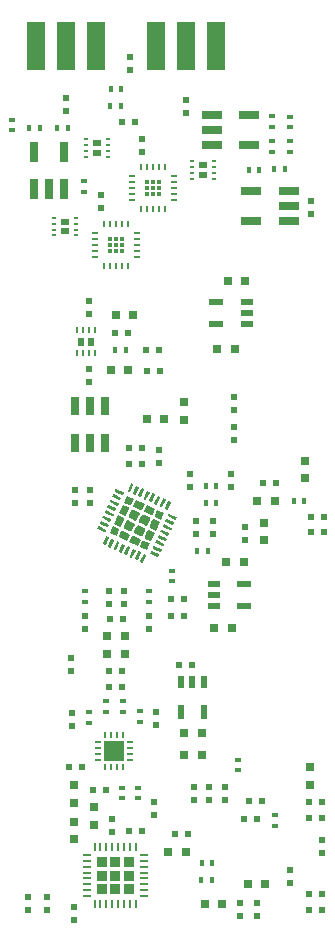
<source format=gbr>
G04 #@! TF.GenerationSoftware,KiCad,Pcbnew,(5.1.2)-2*
G04 #@! TF.CreationDate,2019-10-02T12:28:31-07:00*
G04 #@! TF.ProjectId,violet,76696f6c-6574-42e6-9b69-6361645f7063,rev?*
G04 #@! TF.SameCoordinates,Original*
G04 #@! TF.FileFunction,Paste,Top*
G04 #@! TF.FilePolarity,Positive*
%FSLAX46Y46*%
G04 Gerber Fmt 4.6, Leading zero omitted, Abs format (unit mm)*
G04 Created by KiCad (PCBNEW (5.1.2)-2) date 2019-10-02 12:28:31*
%MOMM*%
%LPD*%
G04 APERTURE LIST*
%ADD10R,0.400000X0.400000*%
%ADD11R,0.550000X0.260000*%
%ADD12R,0.260000X0.550000*%
%ADD13R,0.700000X0.600000*%
%ADD14R,0.450000X0.250000*%
%ADD15R,1.800000X1.800000*%
%ADD16R,0.500000X0.250000*%
%ADD17R,0.250000X0.500000*%
%ADD18R,0.850000X0.850000*%
%ADD19R,0.250000X0.700000*%
%ADD20R,0.700000X0.250000*%
%ADD21R,0.528000X0.636000*%
%ADD22R,0.280000X0.500000*%
%ADD23R,0.600000X1.250000*%
%ADD24R,0.600000X1.050000*%
%ADD25R,1.250000X0.600000*%
%ADD26R,1.050000X0.600000*%
%ADD27R,0.500000X0.600000*%
%ADD28R,0.600000X0.500000*%
%ADD29R,0.800000X0.750000*%
%ADD30R,0.750000X0.800000*%
%ADD31R,1.520000X4.060000*%
%ADD32R,0.400000X0.600000*%
%ADD33R,0.600000X0.400000*%
%ADD34R,1.651000X0.762000*%
%ADD35R,0.762000X1.651000*%
%ADD36C,0.100000*%
%ADD37C,0.250000*%
%ADD38C,0.578177*%
%ADD39C,0.590166*%
%ADD40C,0.806226*%
%ADD41R,0.760000X1.650000*%
G04 APERTURE END LIST*
D10*
X54432200Y-82732500D03*
X53932200Y-82732500D03*
X54932200Y-82732500D03*
X53932200Y-82232500D03*
X53932200Y-81732500D03*
X54932200Y-81732500D03*
X54932200Y-82232500D03*
X54432200Y-81732500D03*
X54432200Y-82232500D03*
D11*
X52657200Y-83232500D03*
X52657200Y-82732500D03*
X52657200Y-81232500D03*
X52657200Y-81732500D03*
X52657200Y-82232500D03*
X56207200Y-83232500D03*
X56207200Y-82732500D03*
X56207200Y-81232500D03*
X56207200Y-81732500D03*
X56207200Y-82232500D03*
D12*
X55432200Y-84007500D03*
X54932200Y-84007500D03*
X53432200Y-84007500D03*
X53932200Y-84007500D03*
X54432200Y-84007500D03*
X55432200Y-80457500D03*
X54932200Y-80457500D03*
X53932200Y-80457500D03*
X53432200Y-80457500D03*
X54432200Y-80457500D03*
D10*
X51338100Y-87571200D03*
X50838100Y-87571200D03*
X51838100Y-87571200D03*
X50838100Y-87071200D03*
X50838100Y-86571200D03*
X51838100Y-86571200D03*
X51838100Y-87071200D03*
X51338100Y-86571200D03*
X51338100Y-87071200D03*
D11*
X49563100Y-88071200D03*
X49563100Y-87571200D03*
X49563100Y-86071200D03*
X49563100Y-86571200D03*
X49563100Y-87071200D03*
X53113100Y-88071200D03*
X53113100Y-87571200D03*
X53113100Y-86071200D03*
X53113100Y-86571200D03*
X53113100Y-87071200D03*
D12*
X52338100Y-88846200D03*
X51838100Y-88846200D03*
X50338100Y-88846200D03*
X50838100Y-88846200D03*
X51338100Y-88846200D03*
X52338100Y-85296200D03*
X51838100Y-85296200D03*
X50838100Y-85296200D03*
X50338100Y-85296200D03*
X51338100Y-85296200D03*
D13*
X58686700Y-80333900D03*
X58686700Y-81133900D03*
D14*
X57761700Y-81483900D03*
X57761700Y-80983900D03*
X57761700Y-79983900D03*
X57761700Y-80483900D03*
X59611700Y-81483900D03*
X59611700Y-80983900D03*
X59611700Y-79983900D03*
X59611700Y-80483900D03*
D13*
X49695100Y-78467000D03*
X49695100Y-79267000D03*
D14*
X48770100Y-79617000D03*
X48770100Y-79117000D03*
X48770100Y-78117000D03*
X48770100Y-78617000D03*
X50620100Y-79617000D03*
X50620100Y-79117000D03*
X50620100Y-78117000D03*
X50620100Y-78617000D03*
D13*
X46964600Y-85121800D03*
X46964600Y-85921800D03*
D14*
X46039600Y-86271800D03*
X46039600Y-85771800D03*
X46039600Y-84771800D03*
X46039600Y-85271800D03*
X47889600Y-86271800D03*
X47889600Y-85771800D03*
X47889600Y-84771800D03*
X47889600Y-85271800D03*
D15*
X51117500Y-129921000D03*
D16*
X52467500Y-129171000D03*
X52467500Y-129671000D03*
X52467500Y-130171000D03*
X52467500Y-130671000D03*
D17*
X51867500Y-131271000D03*
X51367500Y-131271000D03*
X50867500Y-131271000D03*
X50367500Y-131271000D03*
D16*
X49767500Y-130671000D03*
X49767500Y-130171000D03*
X49767500Y-129671000D03*
X49767500Y-129171000D03*
D17*
X50367500Y-128571000D03*
X50867500Y-128571000D03*
X51367500Y-128571000D03*
X51867500Y-128571000D03*
D18*
X50094500Y-141612000D03*
X50094500Y-140462000D03*
X50094500Y-139312000D03*
X51244500Y-139312000D03*
X52394500Y-139312000D03*
X52394500Y-140462000D03*
X52394500Y-141612000D03*
X51244500Y-141612000D03*
X51244500Y-140462000D03*
D19*
X49494500Y-138062000D03*
X49994500Y-138062000D03*
X50494500Y-138062000D03*
X50994500Y-138062000D03*
X52994500Y-138062000D03*
X52494500Y-138062000D03*
X51994500Y-138062000D03*
X51494500Y-138062000D03*
X49494500Y-142862000D03*
X49994500Y-142862000D03*
X50494500Y-142862000D03*
X50994500Y-142862000D03*
X52994500Y-142862000D03*
X52494500Y-142862000D03*
X51994500Y-142862000D03*
X51494500Y-142862000D03*
D20*
X48844500Y-142212000D03*
X48844500Y-141712000D03*
X48844500Y-141212000D03*
X48844500Y-140712000D03*
X48844500Y-138712000D03*
X48844500Y-139212000D03*
X48844500Y-139712000D03*
X48844500Y-140212000D03*
X53644500Y-142212000D03*
X53644500Y-141712000D03*
X53644500Y-141212000D03*
X53644500Y-140712000D03*
X53644500Y-140212000D03*
X53644500Y-139712000D03*
X53644500Y-139212000D03*
X53644500Y-138712000D03*
D21*
X49190800Y-95262700D03*
X48310800Y-95262700D03*
D22*
X49500800Y-96212700D03*
X49000800Y-96212700D03*
X48500800Y-96212700D03*
X48000800Y-96212700D03*
X48000800Y-94312700D03*
X48500800Y-94312700D03*
X49000800Y-94312700D03*
X49500800Y-94312700D03*
D23*
X58724800Y-126653600D03*
X56824800Y-126653600D03*
D24*
X56824800Y-124053600D03*
X57774800Y-124053600D03*
X58724800Y-124053600D03*
D25*
X62188400Y-115773200D03*
X62188400Y-117673200D03*
D26*
X59588400Y-117673200D03*
X59588400Y-116723200D03*
X59588400Y-115773200D03*
D25*
X59782400Y-93776800D03*
X59782400Y-91876800D03*
D26*
X62382400Y-91876800D03*
X62382400Y-92826800D03*
X62382400Y-93776800D03*
D27*
X66078100Y-139988200D03*
X66078100Y-141088200D03*
D28*
X68761700Y-141998700D03*
X67661700Y-141998700D03*
X68774400Y-134251700D03*
X67674400Y-134251700D03*
X68761700Y-143370300D03*
X67661700Y-143370300D03*
X68774400Y-135610600D03*
X67674400Y-135610600D03*
X62137200Y-135686800D03*
X63237200Y-135686800D03*
D27*
X63271400Y-143894900D03*
X63271400Y-142794900D03*
D28*
X62594400Y-134137400D03*
X63694400Y-134137400D03*
D27*
X61798200Y-143869500D03*
X61798200Y-142769500D03*
X62230000Y-110968700D03*
X62230000Y-112068700D03*
D28*
X63737400Y-107200700D03*
X64837400Y-107200700D03*
D29*
X63258000Y-108724700D03*
X64758000Y-108724700D03*
D28*
X68926800Y-110070900D03*
X67826800Y-110070900D03*
D27*
X67792600Y-84484300D03*
X67792600Y-83384300D03*
D28*
X68926800Y-111340900D03*
X67826800Y-111340900D03*
D27*
X57226200Y-74786400D03*
X57226200Y-75886400D03*
X47117000Y-74608600D03*
X47117000Y-75708600D03*
X52527200Y-71137600D03*
X52527200Y-72237600D03*
X50038000Y-82804000D03*
X50038000Y-83904000D03*
D28*
X52882800Y-76657200D03*
X51782800Y-76657200D03*
D27*
X53543200Y-78139200D03*
X53543200Y-79239200D03*
X48996600Y-91829800D03*
X48996600Y-92929800D03*
D29*
X52794600Y-92964000D03*
X51294600Y-92964000D03*
D28*
X52327900Y-94500700D03*
X51227900Y-94500700D03*
X55033000Y-97739200D03*
X53933000Y-97739200D03*
D27*
X49034700Y-97595600D03*
X49034700Y-98695600D03*
D28*
X54956800Y-95999300D03*
X53856800Y-95999300D03*
D27*
X59524900Y-110422600D03*
X59524900Y-111522600D03*
X58127900Y-110406000D03*
X58127900Y-111506000D03*
D28*
X57081600Y-118465600D03*
X55981600Y-118465600D03*
D27*
X61048900Y-106460200D03*
X61048900Y-107560200D03*
D28*
X57090400Y-117043200D03*
X55990400Y-117043200D03*
D27*
X57619900Y-106443600D03*
X57619900Y-107543600D03*
X54914800Y-104453600D03*
X54914800Y-105553600D03*
X48717200Y-119574400D03*
X48717200Y-118474400D03*
X50698400Y-116391600D03*
X50698400Y-117491600D03*
X51968400Y-116391600D03*
X51968400Y-117491600D03*
X47802800Y-108957200D03*
X47802800Y-107857200D03*
X49149000Y-108957200D03*
X49149000Y-107857200D03*
X54102000Y-119574400D03*
X54102000Y-118474400D03*
D28*
X52434400Y-105613200D03*
X53534400Y-105613200D03*
X52434400Y-104292400D03*
X53534400Y-104292400D03*
D30*
X57048400Y-100354000D03*
X57048400Y-101854000D03*
D28*
X50808800Y-118770400D03*
X51908800Y-118770400D03*
X50694500Y-123126500D03*
X51794500Y-123126500D03*
X50694500Y-124460000D03*
X51794500Y-124460000D03*
D27*
X54737000Y-126640500D03*
X54737000Y-127740500D03*
X47561500Y-126704000D03*
X47561500Y-127804000D03*
X47498000Y-123139200D03*
X47498000Y-122039200D03*
D28*
X48403600Y-131267200D03*
X47303600Y-131267200D03*
X50461000Y-133223000D03*
X49361000Y-133223000D03*
X53509000Y-136652000D03*
X52409000Y-136652000D03*
D27*
X54546500Y-135360500D03*
X54546500Y-134260500D03*
D30*
X47752000Y-132790500D03*
X47752000Y-134290500D03*
X47752000Y-137402000D03*
X47752000Y-135902000D03*
D29*
X57239600Y-138480800D03*
X55739600Y-138480800D03*
D30*
X49466500Y-136195500D03*
X49466500Y-134695500D03*
D28*
X57395200Y-136906000D03*
X56295200Y-136906000D03*
D27*
X50990500Y-136757500D03*
X50990500Y-135657500D03*
X43891200Y-142248800D03*
X43891200Y-143348800D03*
X45466000Y-142248800D03*
X45466000Y-143348800D03*
X47752000Y-143121200D03*
X47752000Y-144221200D03*
D28*
X56650800Y-122631200D03*
X57750800Y-122631200D03*
D29*
X60768800Y-90119200D03*
X62268800Y-90119200D03*
X61354400Y-95859600D03*
X59854400Y-95859600D03*
X57060400Y-128422400D03*
X58560400Y-128422400D03*
X57060400Y-130251200D03*
X58560400Y-130251200D03*
X61100400Y-119481600D03*
X59600400Y-119481600D03*
X60667200Y-113893600D03*
X62167200Y-113893600D03*
X62470600Y-141185900D03*
X63970600Y-141185900D03*
D30*
X63804800Y-112090900D03*
X63804800Y-110590900D03*
D29*
X55410800Y-101803200D03*
X53910800Y-101803200D03*
D30*
X67310000Y-105333100D03*
X67310000Y-106833100D03*
D29*
X50850100Y-97637600D03*
X52350100Y-97637600D03*
D30*
X52070000Y-121666000D03*
X52070000Y-120166000D03*
X50546000Y-121666000D03*
X50546000Y-120166000D03*
D31*
X59817000Y-70231000D03*
X54737000Y-70231000D03*
X57277000Y-70231000D03*
X49657000Y-70231000D03*
X44577000Y-70231000D03*
X47117000Y-70231000D03*
D32*
X59428800Y-140817600D03*
X58528800Y-140817600D03*
X59454200Y-139382500D03*
X58554200Y-139382500D03*
D33*
X61671200Y-131564800D03*
X61671200Y-130664800D03*
X64744600Y-135363800D03*
X64744600Y-136263800D03*
D32*
X67252000Y-108724700D03*
X66352000Y-108724700D03*
D33*
X64516000Y-78264600D03*
X64516000Y-79164600D03*
X64516000Y-76194500D03*
X64516000Y-77094500D03*
X66052700Y-77107200D03*
X66052700Y-76207200D03*
D32*
X63442000Y-80695800D03*
X62542000Y-80695800D03*
X65626400Y-80683100D03*
X64726400Y-80683100D03*
D33*
X66040000Y-78315400D03*
X66040000Y-79215400D03*
D32*
X46311400Y-77165200D03*
X47211400Y-77165200D03*
X43987300Y-77177900D03*
X44887300Y-77177900D03*
D33*
X42468800Y-76473900D03*
X42468800Y-77373900D03*
X48590200Y-81655500D03*
X48590200Y-82555500D03*
D32*
X51758000Y-73863200D03*
X50858000Y-73863200D03*
X51707200Y-75336400D03*
X50807200Y-75336400D03*
X52151700Y-95973900D03*
X51251700Y-95973900D03*
X59111300Y-113004600D03*
X58211300Y-113004600D03*
X58897100Y-108940600D03*
X59797100Y-108940600D03*
X59797100Y-107505500D03*
X58897100Y-107505500D03*
D33*
X56083200Y-115562800D03*
X56083200Y-114662800D03*
X48717200Y-116390000D03*
X48717200Y-117290000D03*
X54102000Y-116390000D03*
X54102000Y-117290000D03*
X51879500Y-125724500D03*
X51879500Y-126624500D03*
X50482500Y-125724500D03*
X50482500Y-126624500D03*
X53340000Y-126550000D03*
X53340000Y-127450000D03*
X49022000Y-126613500D03*
X49022000Y-127513500D03*
X51816000Y-133027000D03*
X51816000Y-133927000D03*
X53213000Y-133027000D03*
X53213000Y-133927000D03*
D34*
X62598300Y-78613000D03*
X62598300Y-76073000D03*
X59423300Y-76073000D03*
X59423300Y-78613000D03*
X59423300Y-77343000D03*
X62776100Y-82537300D03*
X62776100Y-85077300D03*
X65951100Y-85077300D03*
X65951100Y-82537300D03*
X65951100Y-83807300D03*
D35*
X46939200Y-79171800D03*
X44399200Y-79171800D03*
X44399200Y-82346800D03*
X46939200Y-82346800D03*
X45669200Y-82346800D03*
D36*
G36*
X53710315Y-113228186D02*
G01*
X53716337Y-113229350D01*
X53722216Y-113231099D01*
X53727896Y-113233415D01*
X53841184Y-113286242D01*
X53846609Y-113289103D01*
X53851727Y-113292483D01*
X53856489Y-113296348D01*
X53860850Y-113300662D01*
X53864767Y-113305382D01*
X53868202Y-113310463D01*
X53871123Y-113315856D01*
X53873501Y-113321510D01*
X53875313Y-113327369D01*
X53876543Y-113333378D01*
X53877177Y-113339479D01*
X53877211Y-113345612D01*
X53876643Y-113351719D01*
X53875479Y-113357741D01*
X53873730Y-113363620D01*
X53871414Y-113369300D01*
X53607278Y-113935743D01*
X53604417Y-113941168D01*
X53601037Y-113946286D01*
X53597172Y-113951048D01*
X53592858Y-113955409D01*
X53588139Y-113959326D01*
X53583057Y-113962761D01*
X53577664Y-113965682D01*
X53572010Y-113968060D01*
X53566151Y-113969872D01*
X53560142Y-113971102D01*
X53554041Y-113971736D01*
X53547908Y-113971770D01*
X53541801Y-113971202D01*
X53535779Y-113970038D01*
X53529900Y-113968289D01*
X53524220Y-113965973D01*
X53410932Y-113913146D01*
X53405507Y-113910285D01*
X53400389Y-113906905D01*
X53395627Y-113903040D01*
X53391266Y-113898726D01*
X53387349Y-113894006D01*
X53383914Y-113888925D01*
X53380993Y-113883532D01*
X53378615Y-113877878D01*
X53376803Y-113872019D01*
X53375573Y-113866010D01*
X53374939Y-113859909D01*
X53374905Y-113853776D01*
X53375473Y-113847669D01*
X53376637Y-113841647D01*
X53378386Y-113835768D01*
X53380702Y-113830088D01*
X53644838Y-113263645D01*
X53647699Y-113258220D01*
X53651079Y-113253102D01*
X53654944Y-113248340D01*
X53659258Y-113243979D01*
X53663977Y-113240062D01*
X53669059Y-113236627D01*
X53674452Y-113233706D01*
X53680106Y-113231328D01*
X53685965Y-113229516D01*
X53691974Y-113228286D01*
X53698075Y-113227652D01*
X53704208Y-113227618D01*
X53710315Y-113228186D01*
X53710315Y-113228186D01*
G37*
D37*
X53626058Y-113599694D03*
D36*
G36*
X53257162Y-113016877D02*
G01*
X53263184Y-113018041D01*
X53269063Y-113019790D01*
X53274743Y-113022106D01*
X53388031Y-113074933D01*
X53393456Y-113077794D01*
X53398574Y-113081174D01*
X53403336Y-113085039D01*
X53407697Y-113089353D01*
X53411614Y-113094073D01*
X53415049Y-113099154D01*
X53417970Y-113104547D01*
X53420348Y-113110201D01*
X53422160Y-113116060D01*
X53423390Y-113122069D01*
X53424024Y-113128170D01*
X53424058Y-113134303D01*
X53423490Y-113140410D01*
X53422326Y-113146432D01*
X53420577Y-113152311D01*
X53418261Y-113157991D01*
X53154125Y-113724434D01*
X53151264Y-113729859D01*
X53147884Y-113734977D01*
X53144019Y-113739739D01*
X53139705Y-113744100D01*
X53134986Y-113748017D01*
X53129904Y-113751452D01*
X53124511Y-113754373D01*
X53118857Y-113756751D01*
X53112998Y-113758563D01*
X53106989Y-113759793D01*
X53100888Y-113760427D01*
X53094755Y-113760461D01*
X53088648Y-113759893D01*
X53082626Y-113758729D01*
X53076747Y-113756980D01*
X53071067Y-113754664D01*
X52957779Y-113701837D01*
X52952354Y-113698976D01*
X52947236Y-113695596D01*
X52942474Y-113691731D01*
X52938113Y-113687417D01*
X52934196Y-113682697D01*
X52930761Y-113677616D01*
X52927840Y-113672223D01*
X52925462Y-113666569D01*
X52923650Y-113660710D01*
X52922420Y-113654701D01*
X52921786Y-113648600D01*
X52921752Y-113642467D01*
X52922320Y-113636360D01*
X52923484Y-113630338D01*
X52925233Y-113624459D01*
X52927549Y-113618779D01*
X53191685Y-113052336D01*
X53194546Y-113046911D01*
X53197926Y-113041793D01*
X53201791Y-113037031D01*
X53206105Y-113032670D01*
X53210824Y-113028753D01*
X53215906Y-113025318D01*
X53221299Y-113022397D01*
X53226953Y-113020019D01*
X53232812Y-113018207D01*
X53238821Y-113016977D01*
X53244922Y-113016343D01*
X53251055Y-113016309D01*
X53257162Y-113016877D01*
X53257162Y-113016877D01*
G37*
D37*
X53172905Y-113388385D03*
D36*
G36*
X52804008Y-112805567D02*
G01*
X52810030Y-112806731D01*
X52815909Y-112808480D01*
X52821589Y-112810796D01*
X52934877Y-112863623D01*
X52940302Y-112866484D01*
X52945420Y-112869864D01*
X52950182Y-112873729D01*
X52954543Y-112878043D01*
X52958460Y-112882763D01*
X52961895Y-112887844D01*
X52964816Y-112893237D01*
X52967194Y-112898891D01*
X52969006Y-112904750D01*
X52970236Y-112910759D01*
X52970870Y-112916860D01*
X52970904Y-112922993D01*
X52970336Y-112929100D01*
X52969172Y-112935122D01*
X52967423Y-112941001D01*
X52965107Y-112946681D01*
X52700971Y-113513124D01*
X52698110Y-113518549D01*
X52694730Y-113523667D01*
X52690865Y-113528429D01*
X52686551Y-113532790D01*
X52681832Y-113536707D01*
X52676750Y-113540142D01*
X52671357Y-113543063D01*
X52665703Y-113545441D01*
X52659844Y-113547253D01*
X52653835Y-113548483D01*
X52647734Y-113549117D01*
X52641601Y-113549151D01*
X52635494Y-113548583D01*
X52629472Y-113547419D01*
X52623593Y-113545670D01*
X52617913Y-113543354D01*
X52504625Y-113490527D01*
X52499200Y-113487666D01*
X52494082Y-113484286D01*
X52489320Y-113480421D01*
X52484959Y-113476107D01*
X52481042Y-113471387D01*
X52477607Y-113466306D01*
X52474686Y-113460913D01*
X52472308Y-113455259D01*
X52470496Y-113449400D01*
X52469266Y-113443391D01*
X52468632Y-113437290D01*
X52468598Y-113431157D01*
X52469166Y-113425050D01*
X52470330Y-113419028D01*
X52472079Y-113413149D01*
X52474395Y-113407469D01*
X52738531Y-112841026D01*
X52741392Y-112835601D01*
X52744772Y-112830483D01*
X52748637Y-112825721D01*
X52752951Y-112821360D01*
X52757670Y-112817443D01*
X52762752Y-112814008D01*
X52768145Y-112811087D01*
X52773799Y-112808709D01*
X52779658Y-112806897D01*
X52785667Y-112805667D01*
X52791768Y-112805033D01*
X52797901Y-112804999D01*
X52804008Y-112805567D01*
X52804008Y-112805567D01*
G37*
D37*
X52719751Y-113177075D03*
D36*
G36*
X52350854Y-112594258D02*
G01*
X52356876Y-112595422D01*
X52362755Y-112597171D01*
X52368435Y-112599487D01*
X52481723Y-112652314D01*
X52487148Y-112655175D01*
X52492266Y-112658555D01*
X52497028Y-112662420D01*
X52501389Y-112666734D01*
X52505306Y-112671454D01*
X52508741Y-112676535D01*
X52511662Y-112681928D01*
X52514040Y-112687582D01*
X52515852Y-112693441D01*
X52517082Y-112699450D01*
X52517716Y-112705551D01*
X52517750Y-112711684D01*
X52517182Y-112717791D01*
X52516018Y-112723813D01*
X52514269Y-112729692D01*
X52511953Y-112735372D01*
X52247817Y-113301815D01*
X52244956Y-113307240D01*
X52241576Y-113312358D01*
X52237711Y-113317120D01*
X52233397Y-113321481D01*
X52228678Y-113325398D01*
X52223596Y-113328833D01*
X52218203Y-113331754D01*
X52212549Y-113334132D01*
X52206690Y-113335944D01*
X52200681Y-113337174D01*
X52194580Y-113337808D01*
X52188447Y-113337842D01*
X52182340Y-113337274D01*
X52176318Y-113336110D01*
X52170439Y-113334361D01*
X52164759Y-113332045D01*
X52051471Y-113279218D01*
X52046046Y-113276357D01*
X52040928Y-113272977D01*
X52036166Y-113269112D01*
X52031805Y-113264798D01*
X52027888Y-113260078D01*
X52024453Y-113254997D01*
X52021532Y-113249604D01*
X52019154Y-113243950D01*
X52017342Y-113238091D01*
X52016112Y-113232082D01*
X52015478Y-113225981D01*
X52015444Y-113219848D01*
X52016012Y-113213741D01*
X52017176Y-113207719D01*
X52018925Y-113201840D01*
X52021241Y-113196160D01*
X52285377Y-112629717D01*
X52288238Y-112624292D01*
X52291618Y-112619174D01*
X52295483Y-112614412D01*
X52299797Y-112610051D01*
X52304516Y-112606134D01*
X52309598Y-112602699D01*
X52314991Y-112599778D01*
X52320645Y-112597400D01*
X52326504Y-112595588D01*
X52332513Y-112594358D01*
X52338614Y-112593724D01*
X52344747Y-112593690D01*
X52350854Y-112594258D01*
X52350854Y-112594258D01*
G37*
D37*
X52266597Y-112965766D03*
D36*
G36*
X51897700Y-112382949D02*
G01*
X51903722Y-112384113D01*
X51909601Y-112385862D01*
X51915281Y-112388178D01*
X52028569Y-112441005D01*
X52033994Y-112443866D01*
X52039112Y-112447246D01*
X52043874Y-112451111D01*
X52048235Y-112455425D01*
X52052152Y-112460145D01*
X52055587Y-112465226D01*
X52058508Y-112470619D01*
X52060886Y-112476273D01*
X52062698Y-112482132D01*
X52063928Y-112488141D01*
X52064562Y-112494242D01*
X52064596Y-112500375D01*
X52064028Y-112506482D01*
X52062864Y-112512504D01*
X52061115Y-112518383D01*
X52058799Y-112524063D01*
X51794663Y-113090506D01*
X51791802Y-113095931D01*
X51788422Y-113101049D01*
X51784557Y-113105811D01*
X51780243Y-113110172D01*
X51775524Y-113114089D01*
X51770442Y-113117524D01*
X51765049Y-113120445D01*
X51759395Y-113122823D01*
X51753536Y-113124635D01*
X51747527Y-113125865D01*
X51741426Y-113126499D01*
X51735293Y-113126533D01*
X51729186Y-113125965D01*
X51723164Y-113124801D01*
X51717285Y-113123052D01*
X51711605Y-113120736D01*
X51598317Y-113067909D01*
X51592892Y-113065048D01*
X51587774Y-113061668D01*
X51583012Y-113057803D01*
X51578651Y-113053489D01*
X51574734Y-113048769D01*
X51571299Y-113043688D01*
X51568378Y-113038295D01*
X51566000Y-113032641D01*
X51564188Y-113026782D01*
X51562958Y-113020773D01*
X51562324Y-113014672D01*
X51562290Y-113008539D01*
X51562858Y-113002432D01*
X51564022Y-112996410D01*
X51565771Y-112990531D01*
X51568087Y-112984851D01*
X51832223Y-112418408D01*
X51835084Y-112412983D01*
X51838464Y-112407865D01*
X51842329Y-112403103D01*
X51846643Y-112398742D01*
X51851362Y-112394825D01*
X51856444Y-112391390D01*
X51861837Y-112388469D01*
X51867491Y-112386091D01*
X51873350Y-112384279D01*
X51879359Y-112383049D01*
X51885460Y-112382415D01*
X51891593Y-112382381D01*
X51897700Y-112382949D01*
X51897700Y-112382949D01*
G37*
D37*
X51813443Y-112754457D03*
D36*
G36*
X51444546Y-112171640D02*
G01*
X51450568Y-112172804D01*
X51456447Y-112174553D01*
X51462127Y-112176869D01*
X51575415Y-112229696D01*
X51580840Y-112232557D01*
X51585958Y-112235937D01*
X51590720Y-112239802D01*
X51595081Y-112244116D01*
X51598998Y-112248836D01*
X51602433Y-112253917D01*
X51605354Y-112259310D01*
X51607732Y-112264964D01*
X51609544Y-112270823D01*
X51610774Y-112276832D01*
X51611408Y-112282933D01*
X51611442Y-112289066D01*
X51610874Y-112295173D01*
X51609710Y-112301195D01*
X51607961Y-112307074D01*
X51605645Y-112312754D01*
X51341509Y-112879197D01*
X51338648Y-112884622D01*
X51335268Y-112889740D01*
X51331403Y-112894502D01*
X51327089Y-112898863D01*
X51322370Y-112902780D01*
X51317288Y-112906215D01*
X51311895Y-112909136D01*
X51306241Y-112911514D01*
X51300382Y-112913326D01*
X51294373Y-112914556D01*
X51288272Y-112915190D01*
X51282139Y-112915224D01*
X51276032Y-112914656D01*
X51270010Y-112913492D01*
X51264131Y-112911743D01*
X51258451Y-112909427D01*
X51145163Y-112856600D01*
X51139738Y-112853739D01*
X51134620Y-112850359D01*
X51129858Y-112846494D01*
X51125497Y-112842180D01*
X51121580Y-112837460D01*
X51118145Y-112832379D01*
X51115224Y-112826986D01*
X51112846Y-112821332D01*
X51111034Y-112815473D01*
X51109804Y-112809464D01*
X51109170Y-112803363D01*
X51109136Y-112797230D01*
X51109704Y-112791123D01*
X51110868Y-112785101D01*
X51112617Y-112779222D01*
X51114933Y-112773542D01*
X51379069Y-112207099D01*
X51381930Y-112201674D01*
X51385310Y-112196556D01*
X51389175Y-112191794D01*
X51393489Y-112187433D01*
X51398208Y-112183516D01*
X51403290Y-112180081D01*
X51408683Y-112177160D01*
X51414337Y-112174782D01*
X51420196Y-112172970D01*
X51426205Y-112171740D01*
X51432306Y-112171106D01*
X51438439Y-112171072D01*
X51444546Y-112171640D01*
X51444546Y-112171640D01*
G37*
D37*
X51360289Y-112543148D03*
D36*
G36*
X50991392Y-111960331D02*
G01*
X50997414Y-111961495D01*
X51003293Y-111963244D01*
X51008973Y-111965560D01*
X51122261Y-112018387D01*
X51127686Y-112021248D01*
X51132804Y-112024628D01*
X51137566Y-112028493D01*
X51141927Y-112032807D01*
X51145844Y-112037527D01*
X51149279Y-112042608D01*
X51152200Y-112048001D01*
X51154578Y-112053655D01*
X51156390Y-112059514D01*
X51157620Y-112065523D01*
X51158254Y-112071624D01*
X51158288Y-112077757D01*
X51157720Y-112083864D01*
X51156556Y-112089886D01*
X51154807Y-112095765D01*
X51152491Y-112101445D01*
X50888355Y-112667888D01*
X50885494Y-112673313D01*
X50882114Y-112678431D01*
X50878249Y-112683193D01*
X50873935Y-112687554D01*
X50869216Y-112691471D01*
X50864134Y-112694906D01*
X50858741Y-112697827D01*
X50853087Y-112700205D01*
X50847228Y-112702017D01*
X50841219Y-112703247D01*
X50835118Y-112703881D01*
X50828985Y-112703915D01*
X50822878Y-112703347D01*
X50816856Y-112702183D01*
X50810977Y-112700434D01*
X50805297Y-112698118D01*
X50692009Y-112645291D01*
X50686584Y-112642430D01*
X50681466Y-112639050D01*
X50676704Y-112635185D01*
X50672343Y-112630871D01*
X50668426Y-112626151D01*
X50664991Y-112621070D01*
X50662070Y-112615677D01*
X50659692Y-112610023D01*
X50657880Y-112604164D01*
X50656650Y-112598155D01*
X50656016Y-112592054D01*
X50655982Y-112585921D01*
X50656550Y-112579814D01*
X50657714Y-112573792D01*
X50659463Y-112567913D01*
X50661779Y-112562233D01*
X50925915Y-111995790D01*
X50928776Y-111990365D01*
X50932156Y-111985247D01*
X50936021Y-111980485D01*
X50940335Y-111976124D01*
X50945054Y-111972207D01*
X50950136Y-111968772D01*
X50955529Y-111965851D01*
X50961183Y-111963473D01*
X50967042Y-111961661D01*
X50973051Y-111960431D01*
X50979152Y-111959797D01*
X50985285Y-111959763D01*
X50991392Y-111960331D01*
X50991392Y-111960331D01*
G37*
D37*
X50907135Y-112331839D03*
D36*
G36*
X50538238Y-111749022D02*
G01*
X50544260Y-111750186D01*
X50550139Y-111751935D01*
X50555819Y-111754251D01*
X50669107Y-111807078D01*
X50674532Y-111809939D01*
X50679650Y-111813319D01*
X50684412Y-111817184D01*
X50688773Y-111821498D01*
X50692690Y-111826218D01*
X50696125Y-111831299D01*
X50699046Y-111836692D01*
X50701424Y-111842346D01*
X50703236Y-111848205D01*
X50704466Y-111854214D01*
X50705100Y-111860315D01*
X50705134Y-111866448D01*
X50704566Y-111872555D01*
X50703402Y-111878577D01*
X50701653Y-111884456D01*
X50699337Y-111890136D01*
X50435201Y-112456579D01*
X50432340Y-112462004D01*
X50428960Y-112467122D01*
X50425095Y-112471884D01*
X50420781Y-112476245D01*
X50416062Y-112480162D01*
X50410980Y-112483597D01*
X50405587Y-112486518D01*
X50399933Y-112488896D01*
X50394074Y-112490708D01*
X50388065Y-112491938D01*
X50381964Y-112492572D01*
X50375831Y-112492606D01*
X50369724Y-112492038D01*
X50363702Y-112490874D01*
X50357823Y-112489125D01*
X50352143Y-112486809D01*
X50238855Y-112433982D01*
X50233430Y-112431121D01*
X50228312Y-112427741D01*
X50223550Y-112423876D01*
X50219189Y-112419562D01*
X50215272Y-112414842D01*
X50211837Y-112409761D01*
X50208916Y-112404368D01*
X50206538Y-112398714D01*
X50204726Y-112392855D01*
X50203496Y-112386846D01*
X50202862Y-112380745D01*
X50202828Y-112374612D01*
X50203396Y-112368505D01*
X50204560Y-112362483D01*
X50206309Y-112356604D01*
X50208625Y-112350924D01*
X50472761Y-111784481D01*
X50475622Y-111779056D01*
X50479002Y-111773938D01*
X50482867Y-111769176D01*
X50487181Y-111764815D01*
X50491900Y-111760898D01*
X50496982Y-111757463D01*
X50502375Y-111754542D01*
X50508029Y-111752164D01*
X50513888Y-111750352D01*
X50519897Y-111749122D01*
X50525998Y-111748488D01*
X50532131Y-111748454D01*
X50538238Y-111749022D01*
X50538238Y-111749022D01*
G37*
D37*
X50453981Y-112120530D03*
D36*
G36*
X49855331Y-110906473D02*
G01*
X49861353Y-110907637D01*
X49867232Y-110909386D01*
X49872912Y-110911702D01*
X50439355Y-111175838D01*
X50444780Y-111178699D01*
X50449898Y-111182079D01*
X50454660Y-111185944D01*
X50459021Y-111190258D01*
X50462938Y-111194977D01*
X50466373Y-111200059D01*
X50469294Y-111205452D01*
X50471672Y-111211106D01*
X50473484Y-111216965D01*
X50474714Y-111222974D01*
X50475348Y-111229075D01*
X50475382Y-111235208D01*
X50474814Y-111241315D01*
X50473650Y-111247337D01*
X50471901Y-111253216D01*
X50469585Y-111258896D01*
X50416758Y-111372184D01*
X50413897Y-111377609D01*
X50410517Y-111382727D01*
X50406652Y-111387489D01*
X50402338Y-111391850D01*
X50397618Y-111395767D01*
X50392537Y-111399202D01*
X50387144Y-111402123D01*
X50381490Y-111404501D01*
X50375631Y-111406313D01*
X50369622Y-111407543D01*
X50363521Y-111408177D01*
X50357388Y-111408211D01*
X50351281Y-111407643D01*
X50345259Y-111406479D01*
X50339380Y-111404730D01*
X50333700Y-111402414D01*
X49767257Y-111138278D01*
X49761832Y-111135417D01*
X49756714Y-111132037D01*
X49751952Y-111128172D01*
X49747591Y-111123858D01*
X49743674Y-111119139D01*
X49740239Y-111114057D01*
X49737318Y-111108664D01*
X49734940Y-111103010D01*
X49733128Y-111097151D01*
X49731898Y-111091142D01*
X49731264Y-111085041D01*
X49731230Y-111078908D01*
X49731798Y-111072801D01*
X49732962Y-111066779D01*
X49734711Y-111060900D01*
X49737027Y-111055220D01*
X49789854Y-110941932D01*
X49792715Y-110936507D01*
X49796095Y-110931389D01*
X49799960Y-110926627D01*
X49804274Y-110922266D01*
X49808994Y-110918349D01*
X49814075Y-110914914D01*
X49819468Y-110911993D01*
X49825122Y-110909615D01*
X49830981Y-110907803D01*
X49836990Y-110906573D01*
X49843091Y-110905939D01*
X49849224Y-110905905D01*
X49855331Y-110906473D01*
X49855331Y-110906473D01*
G37*
D37*
X50103306Y-111157058D03*
D36*
G36*
X50066640Y-110453320D02*
G01*
X50072662Y-110454484D01*
X50078541Y-110456233D01*
X50084221Y-110458549D01*
X50650664Y-110722685D01*
X50656089Y-110725546D01*
X50661207Y-110728926D01*
X50665969Y-110732791D01*
X50670330Y-110737105D01*
X50674247Y-110741824D01*
X50677682Y-110746906D01*
X50680603Y-110752299D01*
X50682981Y-110757953D01*
X50684793Y-110763812D01*
X50686023Y-110769821D01*
X50686657Y-110775922D01*
X50686691Y-110782055D01*
X50686123Y-110788162D01*
X50684959Y-110794184D01*
X50683210Y-110800063D01*
X50680894Y-110805743D01*
X50628067Y-110919031D01*
X50625206Y-110924456D01*
X50621826Y-110929574D01*
X50617961Y-110934336D01*
X50613647Y-110938697D01*
X50608927Y-110942614D01*
X50603846Y-110946049D01*
X50598453Y-110948970D01*
X50592799Y-110951348D01*
X50586940Y-110953160D01*
X50580931Y-110954390D01*
X50574830Y-110955024D01*
X50568697Y-110955058D01*
X50562590Y-110954490D01*
X50556568Y-110953326D01*
X50550689Y-110951577D01*
X50545009Y-110949261D01*
X49978566Y-110685125D01*
X49973141Y-110682264D01*
X49968023Y-110678884D01*
X49963261Y-110675019D01*
X49958900Y-110670705D01*
X49954983Y-110665986D01*
X49951548Y-110660904D01*
X49948627Y-110655511D01*
X49946249Y-110649857D01*
X49944437Y-110643998D01*
X49943207Y-110637989D01*
X49942573Y-110631888D01*
X49942539Y-110625755D01*
X49943107Y-110619648D01*
X49944271Y-110613626D01*
X49946020Y-110607747D01*
X49948336Y-110602067D01*
X50001163Y-110488779D01*
X50004024Y-110483354D01*
X50007404Y-110478236D01*
X50011269Y-110473474D01*
X50015583Y-110469113D01*
X50020303Y-110465196D01*
X50025384Y-110461761D01*
X50030777Y-110458840D01*
X50036431Y-110456462D01*
X50042290Y-110454650D01*
X50048299Y-110453420D01*
X50054400Y-110452786D01*
X50060533Y-110452752D01*
X50066640Y-110453320D01*
X50066640Y-110453320D01*
G37*
D37*
X50314615Y-110703905D03*
D36*
G36*
X50277950Y-110000166D02*
G01*
X50283972Y-110001330D01*
X50289851Y-110003079D01*
X50295531Y-110005395D01*
X50861974Y-110269531D01*
X50867399Y-110272392D01*
X50872517Y-110275772D01*
X50877279Y-110279637D01*
X50881640Y-110283951D01*
X50885557Y-110288670D01*
X50888992Y-110293752D01*
X50891913Y-110299145D01*
X50894291Y-110304799D01*
X50896103Y-110310658D01*
X50897333Y-110316667D01*
X50897967Y-110322768D01*
X50898001Y-110328901D01*
X50897433Y-110335008D01*
X50896269Y-110341030D01*
X50894520Y-110346909D01*
X50892204Y-110352589D01*
X50839377Y-110465877D01*
X50836516Y-110471302D01*
X50833136Y-110476420D01*
X50829271Y-110481182D01*
X50824957Y-110485543D01*
X50820237Y-110489460D01*
X50815156Y-110492895D01*
X50809763Y-110495816D01*
X50804109Y-110498194D01*
X50798250Y-110500006D01*
X50792241Y-110501236D01*
X50786140Y-110501870D01*
X50780007Y-110501904D01*
X50773900Y-110501336D01*
X50767878Y-110500172D01*
X50761999Y-110498423D01*
X50756319Y-110496107D01*
X50189876Y-110231971D01*
X50184451Y-110229110D01*
X50179333Y-110225730D01*
X50174571Y-110221865D01*
X50170210Y-110217551D01*
X50166293Y-110212832D01*
X50162858Y-110207750D01*
X50159937Y-110202357D01*
X50157559Y-110196703D01*
X50155747Y-110190844D01*
X50154517Y-110184835D01*
X50153883Y-110178734D01*
X50153849Y-110172601D01*
X50154417Y-110166494D01*
X50155581Y-110160472D01*
X50157330Y-110154593D01*
X50159646Y-110148913D01*
X50212473Y-110035625D01*
X50215334Y-110030200D01*
X50218714Y-110025082D01*
X50222579Y-110020320D01*
X50226893Y-110015959D01*
X50231613Y-110012042D01*
X50236694Y-110008607D01*
X50242087Y-110005686D01*
X50247741Y-110003308D01*
X50253600Y-110001496D01*
X50259609Y-110000266D01*
X50265710Y-109999632D01*
X50271843Y-109999598D01*
X50277950Y-110000166D01*
X50277950Y-110000166D01*
G37*
D37*
X50525925Y-110250751D03*
D36*
G36*
X50489259Y-109547012D02*
G01*
X50495281Y-109548176D01*
X50501160Y-109549925D01*
X50506840Y-109552241D01*
X51073283Y-109816377D01*
X51078708Y-109819238D01*
X51083826Y-109822618D01*
X51088588Y-109826483D01*
X51092949Y-109830797D01*
X51096866Y-109835516D01*
X51100301Y-109840598D01*
X51103222Y-109845991D01*
X51105600Y-109851645D01*
X51107412Y-109857504D01*
X51108642Y-109863513D01*
X51109276Y-109869614D01*
X51109310Y-109875747D01*
X51108742Y-109881854D01*
X51107578Y-109887876D01*
X51105829Y-109893755D01*
X51103513Y-109899435D01*
X51050686Y-110012723D01*
X51047825Y-110018148D01*
X51044445Y-110023266D01*
X51040580Y-110028028D01*
X51036266Y-110032389D01*
X51031546Y-110036306D01*
X51026465Y-110039741D01*
X51021072Y-110042662D01*
X51015418Y-110045040D01*
X51009559Y-110046852D01*
X51003550Y-110048082D01*
X50997449Y-110048716D01*
X50991316Y-110048750D01*
X50985209Y-110048182D01*
X50979187Y-110047018D01*
X50973308Y-110045269D01*
X50967628Y-110042953D01*
X50401185Y-109778817D01*
X50395760Y-109775956D01*
X50390642Y-109772576D01*
X50385880Y-109768711D01*
X50381519Y-109764397D01*
X50377602Y-109759678D01*
X50374167Y-109754596D01*
X50371246Y-109749203D01*
X50368868Y-109743549D01*
X50367056Y-109737690D01*
X50365826Y-109731681D01*
X50365192Y-109725580D01*
X50365158Y-109719447D01*
X50365726Y-109713340D01*
X50366890Y-109707318D01*
X50368639Y-109701439D01*
X50370955Y-109695759D01*
X50423782Y-109582471D01*
X50426643Y-109577046D01*
X50430023Y-109571928D01*
X50433888Y-109567166D01*
X50438202Y-109562805D01*
X50442922Y-109558888D01*
X50448003Y-109555453D01*
X50453396Y-109552532D01*
X50459050Y-109550154D01*
X50464909Y-109548342D01*
X50470918Y-109547112D01*
X50477019Y-109546478D01*
X50483152Y-109546444D01*
X50489259Y-109547012D01*
X50489259Y-109547012D01*
G37*
D37*
X50737234Y-109797597D03*
D36*
G36*
X50700568Y-109093858D02*
G01*
X50706590Y-109095022D01*
X50712469Y-109096771D01*
X50718149Y-109099087D01*
X51284592Y-109363223D01*
X51290017Y-109366084D01*
X51295135Y-109369464D01*
X51299897Y-109373329D01*
X51304258Y-109377643D01*
X51308175Y-109382362D01*
X51311610Y-109387444D01*
X51314531Y-109392837D01*
X51316909Y-109398491D01*
X51318721Y-109404350D01*
X51319951Y-109410359D01*
X51320585Y-109416460D01*
X51320619Y-109422593D01*
X51320051Y-109428700D01*
X51318887Y-109434722D01*
X51317138Y-109440601D01*
X51314822Y-109446281D01*
X51261995Y-109559569D01*
X51259134Y-109564994D01*
X51255754Y-109570112D01*
X51251889Y-109574874D01*
X51247575Y-109579235D01*
X51242855Y-109583152D01*
X51237774Y-109586587D01*
X51232381Y-109589508D01*
X51226727Y-109591886D01*
X51220868Y-109593698D01*
X51214859Y-109594928D01*
X51208758Y-109595562D01*
X51202625Y-109595596D01*
X51196518Y-109595028D01*
X51190496Y-109593864D01*
X51184617Y-109592115D01*
X51178937Y-109589799D01*
X50612494Y-109325663D01*
X50607069Y-109322802D01*
X50601951Y-109319422D01*
X50597189Y-109315557D01*
X50592828Y-109311243D01*
X50588911Y-109306524D01*
X50585476Y-109301442D01*
X50582555Y-109296049D01*
X50580177Y-109290395D01*
X50578365Y-109284536D01*
X50577135Y-109278527D01*
X50576501Y-109272426D01*
X50576467Y-109266293D01*
X50577035Y-109260186D01*
X50578199Y-109254164D01*
X50579948Y-109248285D01*
X50582264Y-109242605D01*
X50635091Y-109129317D01*
X50637952Y-109123892D01*
X50641332Y-109118774D01*
X50645197Y-109114012D01*
X50649511Y-109109651D01*
X50654231Y-109105734D01*
X50659312Y-109102299D01*
X50664705Y-109099378D01*
X50670359Y-109097000D01*
X50676218Y-109095188D01*
X50682227Y-109093958D01*
X50688328Y-109093324D01*
X50694461Y-109093290D01*
X50700568Y-109093858D01*
X50700568Y-109093858D01*
G37*
D37*
X50948543Y-109344443D03*
D36*
G36*
X50911877Y-108640704D02*
G01*
X50917899Y-108641868D01*
X50923778Y-108643617D01*
X50929458Y-108645933D01*
X51495901Y-108910069D01*
X51501326Y-108912930D01*
X51506444Y-108916310D01*
X51511206Y-108920175D01*
X51515567Y-108924489D01*
X51519484Y-108929208D01*
X51522919Y-108934290D01*
X51525840Y-108939683D01*
X51528218Y-108945337D01*
X51530030Y-108951196D01*
X51531260Y-108957205D01*
X51531894Y-108963306D01*
X51531928Y-108969439D01*
X51531360Y-108975546D01*
X51530196Y-108981568D01*
X51528447Y-108987447D01*
X51526131Y-108993127D01*
X51473304Y-109106415D01*
X51470443Y-109111840D01*
X51467063Y-109116958D01*
X51463198Y-109121720D01*
X51458884Y-109126081D01*
X51454164Y-109129998D01*
X51449083Y-109133433D01*
X51443690Y-109136354D01*
X51438036Y-109138732D01*
X51432177Y-109140544D01*
X51426168Y-109141774D01*
X51420067Y-109142408D01*
X51413934Y-109142442D01*
X51407827Y-109141874D01*
X51401805Y-109140710D01*
X51395926Y-109138961D01*
X51390246Y-109136645D01*
X50823803Y-108872509D01*
X50818378Y-108869648D01*
X50813260Y-108866268D01*
X50808498Y-108862403D01*
X50804137Y-108858089D01*
X50800220Y-108853370D01*
X50796785Y-108848288D01*
X50793864Y-108842895D01*
X50791486Y-108837241D01*
X50789674Y-108831382D01*
X50788444Y-108825373D01*
X50787810Y-108819272D01*
X50787776Y-108813139D01*
X50788344Y-108807032D01*
X50789508Y-108801010D01*
X50791257Y-108795131D01*
X50793573Y-108789451D01*
X50846400Y-108676163D01*
X50849261Y-108670738D01*
X50852641Y-108665620D01*
X50856506Y-108660858D01*
X50860820Y-108656497D01*
X50865540Y-108652580D01*
X50870621Y-108649145D01*
X50876014Y-108646224D01*
X50881668Y-108643846D01*
X50887527Y-108642034D01*
X50893536Y-108640804D01*
X50899637Y-108640170D01*
X50905770Y-108640136D01*
X50911877Y-108640704D01*
X50911877Y-108640704D01*
G37*
D37*
X51159852Y-108891289D03*
D36*
G36*
X51123186Y-108187550D02*
G01*
X51129208Y-108188714D01*
X51135087Y-108190463D01*
X51140767Y-108192779D01*
X51707210Y-108456915D01*
X51712635Y-108459776D01*
X51717753Y-108463156D01*
X51722515Y-108467021D01*
X51726876Y-108471335D01*
X51730793Y-108476054D01*
X51734228Y-108481136D01*
X51737149Y-108486529D01*
X51739527Y-108492183D01*
X51741339Y-108498042D01*
X51742569Y-108504051D01*
X51743203Y-108510152D01*
X51743237Y-108516285D01*
X51742669Y-108522392D01*
X51741505Y-108528414D01*
X51739756Y-108534293D01*
X51737440Y-108539973D01*
X51684613Y-108653261D01*
X51681752Y-108658686D01*
X51678372Y-108663804D01*
X51674507Y-108668566D01*
X51670193Y-108672927D01*
X51665473Y-108676844D01*
X51660392Y-108680279D01*
X51654999Y-108683200D01*
X51649345Y-108685578D01*
X51643486Y-108687390D01*
X51637477Y-108688620D01*
X51631376Y-108689254D01*
X51625243Y-108689288D01*
X51619136Y-108688720D01*
X51613114Y-108687556D01*
X51607235Y-108685807D01*
X51601555Y-108683491D01*
X51035112Y-108419355D01*
X51029687Y-108416494D01*
X51024569Y-108413114D01*
X51019807Y-108409249D01*
X51015446Y-108404935D01*
X51011529Y-108400216D01*
X51008094Y-108395134D01*
X51005173Y-108389741D01*
X51002795Y-108384087D01*
X51000983Y-108378228D01*
X50999753Y-108372219D01*
X50999119Y-108366118D01*
X50999085Y-108359985D01*
X50999653Y-108353878D01*
X51000817Y-108347856D01*
X51002566Y-108341977D01*
X51004882Y-108336297D01*
X51057709Y-108223009D01*
X51060570Y-108217584D01*
X51063950Y-108212466D01*
X51067815Y-108207704D01*
X51072129Y-108203343D01*
X51076849Y-108199426D01*
X51081930Y-108195991D01*
X51087323Y-108193070D01*
X51092977Y-108190692D01*
X51098836Y-108188880D01*
X51104845Y-108187650D01*
X51110946Y-108187016D01*
X51117079Y-108186982D01*
X51123186Y-108187550D01*
X51123186Y-108187550D01*
G37*
D37*
X51371161Y-108438135D03*
D36*
G36*
X51334495Y-107734396D02*
G01*
X51340517Y-107735560D01*
X51346396Y-107737309D01*
X51352076Y-107739625D01*
X51918519Y-108003761D01*
X51923944Y-108006622D01*
X51929062Y-108010002D01*
X51933824Y-108013867D01*
X51938185Y-108018181D01*
X51942102Y-108022900D01*
X51945537Y-108027982D01*
X51948458Y-108033375D01*
X51950836Y-108039029D01*
X51952648Y-108044888D01*
X51953878Y-108050897D01*
X51954512Y-108056998D01*
X51954546Y-108063131D01*
X51953978Y-108069238D01*
X51952814Y-108075260D01*
X51951065Y-108081139D01*
X51948749Y-108086819D01*
X51895922Y-108200107D01*
X51893061Y-108205532D01*
X51889681Y-108210650D01*
X51885816Y-108215412D01*
X51881502Y-108219773D01*
X51876782Y-108223690D01*
X51871701Y-108227125D01*
X51866308Y-108230046D01*
X51860654Y-108232424D01*
X51854795Y-108234236D01*
X51848786Y-108235466D01*
X51842685Y-108236100D01*
X51836552Y-108236134D01*
X51830445Y-108235566D01*
X51824423Y-108234402D01*
X51818544Y-108232653D01*
X51812864Y-108230337D01*
X51246421Y-107966201D01*
X51240996Y-107963340D01*
X51235878Y-107959960D01*
X51231116Y-107956095D01*
X51226755Y-107951781D01*
X51222838Y-107947062D01*
X51219403Y-107941980D01*
X51216482Y-107936587D01*
X51214104Y-107930933D01*
X51212292Y-107925074D01*
X51211062Y-107919065D01*
X51210428Y-107912964D01*
X51210394Y-107906831D01*
X51210962Y-107900724D01*
X51212126Y-107894702D01*
X51213875Y-107888823D01*
X51216191Y-107883143D01*
X51269018Y-107769855D01*
X51271879Y-107764430D01*
X51275259Y-107759312D01*
X51279124Y-107754550D01*
X51283438Y-107750189D01*
X51288158Y-107746272D01*
X51293239Y-107742837D01*
X51298632Y-107739916D01*
X51304286Y-107737538D01*
X51310145Y-107735726D01*
X51316154Y-107734496D01*
X51322255Y-107733862D01*
X51328388Y-107733828D01*
X51334495Y-107734396D01*
X51334495Y-107734396D01*
G37*
D37*
X51582470Y-107984981D03*
D36*
G36*
X52630199Y-107262798D02*
G01*
X52636221Y-107263962D01*
X52642100Y-107265711D01*
X52647780Y-107268027D01*
X52761068Y-107320854D01*
X52766493Y-107323715D01*
X52771611Y-107327095D01*
X52776373Y-107330960D01*
X52780734Y-107335274D01*
X52784651Y-107339994D01*
X52788086Y-107345075D01*
X52791007Y-107350468D01*
X52793385Y-107356122D01*
X52795197Y-107361981D01*
X52796427Y-107367990D01*
X52797061Y-107374091D01*
X52797095Y-107380224D01*
X52796527Y-107386331D01*
X52795363Y-107392353D01*
X52793614Y-107398232D01*
X52791298Y-107403912D01*
X52527162Y-107970355D01*
X52524301Y-107975780D01*
X52520921Y-107980898D01*
X52517056Y-107985660D01*
X52512742Y-107990021D01*
X52508023Y-107993938D01*
X52502941Y-107997373D01*
X52497548Y-108000294D01*
X52491894Y-108002672D01*
X52486035Y-108004484D01*
X52480026Y-108005714D01*
X52473925Y-108006348D01*
X52467792Y-108006382D01*
X52461685Y-108005814D01*
X52455663Y-108004650D01*
X52449784Y-108002901D01*
X52444104Y-108000585D01*
X52330816Y-107947758D01*
X52325391Y-107944897D01*
X52320273Y-107941517D01*
X52315511Y-107937652D01*
X52311150Y-107933338D01*
X52307233Y-107928618D01*
X52303798Y-107923537D01*
X52300877Y-107918144D01*
X52298499Y-107912490D01*
X52296687Y-107906631D01*
X52295457Y-107900622D01*
X52294823Y-107894521D01*
X52294789Y-107888388D01*
X52295357Y-107882281D01*
X52296521Y-107876259D01*
X52298270Y-107870380D01*
X52300586Y-107864700D01*
X52564722Y-107298257D01*
X52567583Y-107292832D01*
X52570963Y-107287714D01*
X52574828Y-107282952D01*
X52579142Y-107278591D01*
X52583861Y-107274674D01*
X52588943Y-107271239D01*
X52594336Y-107268318D01*
X52599990Y-107265940D01*
X52605849Y-107264128D01*
X52611858Y-107262898D01*
X52617959Y-107262264D01*
X52624092Y-107262230D01*
X52630199Y-107262798D01*
X52630199Y-107262798D01*
G37*
D37*
X52545942Y-107634306D03*
D36*
G36*
X53083352Y-107474107D02*
G01*
X53089374Y-107475271D01*
X53095253Y-107477020D01*
X53100933Y-107479336D01*
X53214221Y-107532163D01*
X53219646Y-107535024D01*
X53224764Y-107538404D01*
X53229526Y-107542269D01*
X53233887Y-107546583D01*
X53237804Y-107551303D01*
X53241239Y-107556384D01*
X53244160Y-107561777D01*
X53246538Y-107567431D01*
X53248350Y-107573290D01*
X53249580Y-107579299D01*
X53250214Y-107585400D01*
X53250248Y-107591533D01*
X53249680Y-107597640D01*
X53248516Y-107603662D01*
X53246767Y-107609541D01*
X53244451Y-107615221D01*
X52980315Y-108181664D01*
X52977454Y-108187089D01*
X52974074Y-108192207D01*
X52970209Y-108196969D01*
X52965895Y-108201330D01*
X52961176Y-108205247D01*
X52956094Y-108208682D01*
X52950701Y-108211603D01*
X52945047Y-108213981D01*
X52939188Y-108215793D01*
X52933179Y-108217023D01*
X52927078Y-108217657D01*
X52920945Y-108217691D01*
X52914838Y-108217123D01*
X52908816Y-108215959D01*
X52902937Y-108214210D01*
X52897257Y-108211894D01*
X52783969Y-108159067D01*
X52778544Y-108156206D01*
X52773426Y-108152826D01*
X52768664Y-108148961D01*
X52764303Y-108144647D01*
X52760386Y-108139927D01*
X52756951Y-108134846D01*
X52754030Y-108129453D01*
X52751652Y-108123799D01*
X52749840Y-108117940D01*
X52748610Y-108111931D01*
X52747976Y-108105830D01*
X52747942Y-108099697D01*
X52748510Y-108093590D01*
X52749674Y-108087568D01*
X52751423Y-108081689D01*
X52753739Y-108076009D01*
X53017875Y-107509566D01*
X53020736Y-107504141D01*
X53024116Y-107499023D01*
X53027981Y-107494261D01*
X53032295Y-107489900D01*
X53037014Y-107485983D01*
X53042096Y-107482548D01*
X53047489Y-107479627D01*
X53053143Y-107477249D01*
X53059002Y-107475437D01*
X53065011Y-107474207D01*
X53071112Y-107473573D01*
X53077245Y-107473539D01*
X53083352Y-107474107D01*
X53083352Y-107474107D01*
G37*
D37*
X52999095Y-107845615D03*
D36*
G36*
X53536506Y-107685417D02*
G01*
X53542528Y-107686581D01*
X53548407Y-107688330D01*
X53554087Y-107690646D01*
X53667375Y-107743473D01*
X53672800Y-107746334D01*
X53677918Y-107749714D01*
X53682680Y-107753579D01*
X53687041Y-107757893D01*
X53690958Y-107762613D01*
X53694393Y-107767694D01*
X53697314Y-107773087D01*
X53699692Y-107778741D01*
X53701504Y-107784600D01*
X53702734Y-107790609D01*
X53703368Y-107796710D01*
X53703402Y-107802843D01*
X53702834Y-107808950D01*
X53701670Y-107814972D01*
X53699921Y-107820851D01*
X53697605Y-107826531D01*
X53433469Y-108392974D01*
X53430608Y-108398399D01*
X53427228Y-108403517D01*
X53423363Y-108408279D01*
X53419049Y-108412640D01*
X53414330Y-108416557D01*
X53409248Y-108419992D01*
X53403855Y-108422913D01*
X53398201Y-108425291D01*
X53392342Y-108427103D01*
X53386333Y-108428333D01*
X53380232Y-108428967D01*
X53374099Y-108429001D01*
X53367992Y-108428433D01*
X53361970Y-108427269D01*
X53356091Y-108425520D01*
X53350411Y-108423204D01*
X53237123Y-108370377D01*
X53231698Y-108367516D01*
X53226580Y-108364136D01*
X53221818Y-108360271D01*
X53217457Y-108355957D01*
X53213540Y-108351237D01*
X53210105Y-108346156D01*
X53207184Y-108340763D01*
X53204806Y-108335109D01*
X53202994Y-108329250D01*
X53201764Y-108323241D01*
X53201130Y-108317140D01*
X53201096Y-108311007D01*
X53201664Y-108304900D01*
X53202828Y-108298878D01*
X53204577Y-108292999D01*
X53206893Y-108287319D01*
X53471029Y-107720876D01*
X53473890Y-107715451D01*
X53477270Y-107710333D01*
X53481135Y-107705571D01*
X53485449Y-107701210D01*
X53490168Y-107697293D01*
X53495250Y-107693858D01*
X53500643Y-107690937D01*
X53506297Y-107688559D01*
X53512156Y-107686747D01*
X53518165Y-107685517D01*
X53524266Y-107684883D01*
X53530399Y-107684849D01*
X53536506Y-107685417D01*
X53536506Y-107685417D01*
G37*
D37*
X53452249Y-108056925D03*
D36*
G36*
X53989660Y-107896726D02*
G01*
X53995682Y-107897890D01*
X54001561Y-107899639D01*
X54007241Y-107901955D01*
X54120529Y-107954782D01*
X54125954Y-107957643D01*
X54131072Y-107961023D01*
X54135834Y-107964888D01*
X54140195Y-107969202D01*
X54144112Y-107973922D01*
X54147547Y-107979003D01*
X54150468Y-107984396D01*
X54152846Y-107990050D01*
X54154658Y-107995909D01*
X54155888Y-108001918D01*
X54156522Y-108008019D01*
X54156556Y-108014152D01*
X54155988Y-108020259D01*
X54154824Y-108026281D01*
X54153075Y-108032160D01*
X54150759Y-108037840D01*
X53886623Y-108604283D01*
X53883762Y-108609708D01*
X53880382Y-108614826D01*
X53876517Y-108619588D01*
X53872203Y-108623949D01*
X53867484Y-108627866D01*
X53862402Y-108631301D01*
X53857009Y-108634222D01*
X53851355Y-108636600D01*
X53845496Y-108638412D01*
X53839487Y-108639642D01*
X53833386Y-108640276D01*
X53827253Y-108640310D01*
X53821146Y-108639742D01*
X53815124Y-108638578D01*
X53809245Y-108636829D01*
X53803565Y-108634513D01*
X53690277Y-108581686D01*
X53684852Y-108578825D01*
X53679734Y-108575445D01*
X53674972Y-108571580D01*
X53670611Y-108567266D01*
X53666694Y-108562546D01*
X53663259Y-108557465D01*
X53660338Y-108552072D01*
X53657960Y-108546418D01*
X53656148Y-108540559D01*
X53654918Y-108534550D01*
X53654284Y-108528449D01*
X53654250Y-108522316D01*
X53654818Y-108516209D01*
X53655982Y-108510187D01*
X53657731Y-108504308D01*
X53660047Y-108498628D01*
X53924183Y-107932185D01*
X53927044Y-107926760D01*
X53930424Y-107921642D01*
X53934289Y-107916880D01*
X53938603Y-107912519D01*
X53943322Y-107908602D01*
X53948404Y-107905167D01*
X53953797Y-107902246D01*
X53959451Y-107899868D01*
X53965310Y-107898056D01*
X53971319Y-107896826D01*
X53977420Y-107896192D01*
X53983553Y-107896158D01*
X53989660Y-107896726D01*
X53989660Y-107896726D01*
G37*
D37*
X53905403Y-108268234D03*
D36*
G36*
X54442814Y-108108035D02*
G01*
X54448836Y-108109199D01*
X54454715Y-108110948D01*
X54460395Y-108113264D01*
X54573683Y-108166091D01*
X54579108Y-108168952D01*
X54584226Y-108172332D01*
X54588988Y-108176197D01*
X54593349Y-108180511D01*
X54597266Y-108185231D01*
X54600701Y-108190312D01*
X54603622Y-108195705D01*
X54606000Y-108201359D01*
X54607812Y-108207218D01*
X54609042Y-108213227D01*
X54609676Y-108219328D01*
X54609710Y-108225461D01*
X54609142Y-108231568D01*
X54607978Y-108237590D01*
X54606229Y-108243469D01*
X54603913Y-108249149D01*
X54339777Y-108815592D01*
X54336916Y-108821017D01*
X54333536Y-108826135D01*
X54329671Y-108830897D01*
X54325357Y-108835258D01*
X54320638Y-108839175D01*
X54315556Y-108842610D01*
X54310163Y-108845531D01*
X54304509Y-108847909D01*
X54298650Y-108849721D01*
X54292641Y-108850951D01*
X54286540Y-108851585D01*
X54280407Y-108851619D01*
X54274300Y-108851051D01*
X54268278Y-108849887D01*
X54262399Y-108848138D01*
X54256719Y-108845822D01*
X54143431Y-108792995D01*
X54138006Y-108790134D01*
X54132888Y-108786754D01*
X54128126Y-108782889D01*
X54123765Y-108778575D01*
X54119848Y-108773855D01*
X54116413Y-108768774D01*
X54113492Y-108763381D01*
X54111114Y-108757727D01*
X54109302Y-108751868D01*
X54108072Y-108745859D01*
X54107438Y-108739758D01*
X54107404Y-108733625D01*
X54107972Y-108727518D01*
X54109136Y-108721496D01*
X54110885Y-108715617D01*
X54113201Y-108709937D01*
X54377337Y-108143494D01*
X54380198Y-108138069D01*
X54383578Y-108132951D01*
X54387443Y-108128189D01*
X54391757Y-108123828D01*
X54396476Y-108119911D01*
X54401558Y-108116476D01*
X54406951Y-108113555D01*
X54412605Y-108111177D01*
X54418464Y-108109365D01*
X54424473Y-108108135D01*
X54430574Y-108107501D01*
X54436707Y-108107467D01*
X54442814Y-108108035D01*
X54442814Y-108108035D01*
G37*
D37*
X54358557Y-108479543D03*
D36*
G36*
X54895968Y-108319344D02*
G01*
X54901990Y-108320508D01*
X54907869Y-108322257D01*
X54913549Y-108324573D01*
X55026837Y-108377400D01*
X55032262Y-108380261D01*
X55037380Y-108383641D01*
X55042142Y-108387506D01*
X55046503Y-108391820D01*
X55050420Y-108396540D01*
X55053855Y-108401621D01*
X55056776Y-108407014D01*
X55059154Y-108412668D01*
X55060966Y-108418527D01*
X55062196Y-108424536D01*
X55062830Y-108430637D01*
X55062864Y-108436770D01*
X55062296Y-108442877D01*
X55061132Y-108448899D01*
X55059383Y-108454778D01*
X55057067Y-108460458D01*
X54792931Y-109026901D01*
X54790070Y-109032326D01*
X54786690Y-109037444D01*
X54782825Y-109042206D01*
X54778511Y-109046567D01*
X54773792Y-109050484D01*
X54768710Y-109053919D01*
X54763317Y-109056840D01*
X54757663Y-109059218D01*
X54751804Y-109061030D01*
X54745795Y-109062260D01*
X54739694Y-109062894D01*
X54733561Y-109062928D01*
X54727454Y-109062360D01*
X54721432Y-109061196D01*
X54715553Y-109059447D01*
X54709873Y-109057131D01*
X54596585Y-109004304D01*
X54591160Y-109001443D01*
X54586042Y-108998063D01*
X54581280Y-108994198D01*
X54576919Y-108989884D01*
X54573002Y-108985164D01*
X54569567Y-108980083D01*
X54566646Y-108974690D01*
X54564268Y-108969036D01*
X54562456Y-108963177D01*
X54561226Y-108957168D01*
X54560592Y-108951067D01*
X54560558Y-108944934D01*
X54561126Y-108938827D01*
X54562290Y-108932805D01*
X54564039Y-108926926D01*
X54566355Y-108921246D01*
X54830491Y-108354803D01*
X54833352Y-108349378D01*
X54836732Y-108344260D01*
X54840597Y-108339498D01*
X54844911Y-108335137D01*
X54849630Y-108331220D01*
X54854712Y-108327785D01*
X54860105Y-108324864D01*
X54865759Y-108322486D01*
X54871618Y-108320674D01*
X54877627Y-108319444D01*
X54883728Y-108318810D01*
X54889861Y-108318776D01*
X54895968Y-108319344D01*
X54895968Y-108319344D01*
G37*
D37*
X54811711Y-108690852D03*
D36*
G36*
X55349122Y-108530653D02*
G01*
X55355144Y-108531817D01*
X55361023Y-108533566D01*
X55366703Y-108535882D01*
X55479991Y-108588709D01*
X55485416Y-108591570D01*
X55490534Y-108594950D01*
X55495296Y-108598815D01*
X55499657Y-108603129D01*
X55503574Y-108607849D01*
X55507009Y-108612930D01*
X55509930Y-108618323D01*
X55512308Y-108623977D01*
X55514120Y-108629836D01*
X55515350Y-108635845D01*
X55515984Y-108641946D01*
X55516018Y-108648079D01*
X55515450Y-108654186D01*
X55514286Y-108660208D01*
X55512537Y-108666087D01*
X55510221Y-108671767D01*
X55246085Y-109238210D01*
X55243224Y-109243635D01*
X55239844Y-109248753D01*
X55235979Y-109253515D01*
X55231665Y-109257876D01*
X55226946Y-109261793D01*
X55221864Y-109265228D01*
X55216471Y-109268149D01*
X55210817Y-109270527D01*
X55204958Y-109272339D01*
X55198949Y-109273569D01*
X55192848Y-109274203D01*
X55186715Y-109274237D01*
X55180608Y-109273669D01*
X55174586Y-109272505D01*
X55168707Y-109270756D01*
X55163027Y-109268440D01*
X55049739Y-109215613D01*
X55044314Y-109212752D01*
X55039196Y-109209372D01*
X55034434Y-109205507D01*
X55030073Y-109201193D01*
X55026156Y-109196473D01*
X55022721Y-109191392D01*
X55019800Y-109185999D01*
X55017422Y-109180345D01*
X55015610Y-109174486D01*
X55014380Y-109168477D01*
X55013746Y-109162376D01*
X55013712Y-109156243D01*
X55014280Y-109150136D01*
X55015444Y-109144114D01*
X55017193Y-109138235D01*
X55019509Y-109132555D01*
X55283645Y-108566112D01*
X55286506Y-108560687D01*
X55289886Y-108555569D01*
X55293751Y-108550807D01*
X55298065Y-108546446D01*
X55302784Y-108542529D01*
X55307866Y-108539094D01*
X55313259Y-108536173D01*
X55318913Y-108533795D01*
X55324772Y-108531983D01*
X55330781Y-108530753D01*
X55336882Y-108530119D01*
X55343015Y-108530085D01*
X55349122Y-108530653D01*
X55349122Y-108530653D01*
G37*
D37*
X55264865Y-108902161D03*
D36*
G36*
X55802276Y-108741962D02*
G01*
X55808298Y-108743126D01*
X55814177Y-108744875D01*
X55819857Y-108747191D01*
X55933145Y-108800018D01*
X55938570Y-108802879D01*
X55943688Y-108806259D01*
X55948450Y-108810124D01*
X55952811Y-108814438D01*
X55956728Y-108819158D01*
X55960163Y-108824239D01*
X55963084Y-108829632D01*
X55965462Y-108835286D01*
X55967274Y-108841145D01*
X55968504Y-108847154D01*
X55969138Y-108853255D01*
X55969172Y-108859388D01*
X55968604Y-108865495D01*
X55967440Y-108871517D01*
X55965691Y-108877396D01*
X55963375Y-108883076D01*
X55699239Y-109449519D01*
X55696378Y-109454944D01*
X55692998Y-109460062D01*
X55689133Y-109464824D01*
X55684819Y-109469185D01*
X55680100Y-109473102D01*
X55675018Y-109476537D01*
X55669625Y-109479458D01*
X55663971Y-109481836D01*
X55658112Y-109483648D01*
X55652103Y-109484878D01*
X55646002Y-109485512D01*
X55639869Y-109485546D01*
X55633762Y-109484978D01*
X55627740Y-109483814D01*
X55621861Y-109482065D01*
X55616181Y-109479749D01*
X55502893Y-109426922D01*
X55497468Y-109424061D01*
X55492350Y-109420681D01*
X55487588Y-109416816D01*
X55483227Y-109412502D01*
X55479310Y-109407782D01*
X55475875Y-109402701D01*
X55472954Y-109397308D01*
X55470576Y-109391654D01*
X55468764Y-109385795D01*
X55467534Y-109379786D01*
X55466900Y-109373685D01*
X55466866Y-109367552D01*
X55467434Y-109361445D01*
X55468598Y-109355423D01*
X55470347Y-109349544D01*
X55472663Y-109343864D01*
X55736799Y-108777421D01*
X55739660Y-108771996D01*
X55743040Y-108766878D01*
X55746905Y-108762116D01*
X55751219Y-108757755D01*
X55755938Y-108753838D01*
X55761020Y-108750403D01*
X55766413Y-108747482D01*
X55772067Y-108745104D01*
X55777926Y-108743292D01*
X55783935Y-108742062D01*
X55790036Y-108741428D01*
X55796169Y-108741394D01*
X55802276Y-108741962D01*
X55802276Y-108741962D01*
G37*
D37*
X55718019Y-109113470D03*
D36*
G36*
X55820719Y-109826357D02*
G01*
X55826741Y-109827521D01*
X55832620Y-109829270D01*
X55838300Y-109831586D01*
X56404743Y-110095722D01*
X56410168Y-110098583D01*
X56415286Y-110101963D01*
X56420048Y-110105828D01*
X56424409Y-110110142D01*
X56428326Y-110114861D01*
X56431761Y-110119943D01*
X56434682Y-110125336D01*
X56437060Y-110130990D01*
X56438872Y-110136849D01*
X56440102Y-110142858D01*
X56440736Y-110148959D01*
X56440770Y-110155092D01*
X56440202Y-110161199D01*
X56439038Y-110167221D01*
X56437289Y-110173100D01*
X56434973Y-110178780D01*
X56382146Y-110292068D01*
X56379285Y-110297493D01*
X56375905Y-110302611D01*
X56372040Y-110307373D01*
X56367726Y-110311734D01*
X56363006Y-110315651D01*
X56357925Y-110319086D01*
X56352532Y-110322007D01*
X56346878Y-110324385D01*
X56341019Y-110326197D01*
X56335010Y-110327427D01*
X56328909Y-110328061D01*
X56322776Y-110328095D01*
X56316669Y-110327527D01*
X56310647Y-110326363D01*
X56304768Y-110324614D01*
X56299088Y-110322298D01*
X55732645Y-110058162D01*
X55727220Y-110055301D01*
X55722102Y-110051921D01*
X55717340Y-110048056D01*
X55712979Y-110043742D01*
X55709062Y-110039023D01*
X55705627Y-110033941D01*
X55702706Y-110028548D01*
X55700328Y-110022894D01*
X55698516Y-110017035D01*
X55697286Y-110011026D01*
X55696652Y-110004925D01*
X55696618Y-109998792D01*
X55697186Y-109992685D01*
X55698350Y-109986663D01*
X55700099Y-109980784D01*
X55702415Y-109975104D01*
X55755242Y-109861816D01*
X55758103Y-109856391D01*
X55761483Y-109851273D01*
X55765348Y-109846511D01*
X55769662Y-109842150D01*
X55774382Y-109838233D01*
X55779463Y-109834798D01*
X55784856Y-109831877D01*
X55790510Y-109829499D01*
X55796369Y-109827687D01*
X55802378Y-109826457D01*
X55808479Y-109825823D01*
X55814612Y-109825789D01*
X55820719Y-109826357D01*
X55820719Y-109826357D01*
G37*
D37*
X56068694Y-110076942D03*
D36*
G36*
X55609410Y-110279510D02*
G01*
X55615432Y-110280674D01*
X55621311Y-110282423D01*
X55626991Y-110284739D01*
X56193434Y-110548875D01*
X56198859Y-110551736D01*
X56203977Y-110555116D01*
X56208739Y-110558981D01*
X56213100Y-110563295D01*
X56217017Y-110568014D01*
X56220452Y-110573096D01*
X56223373Y-110578489D01*
X56225751Y-110584143D01*
X56227563Y-110590002D01*
X56228793Y-110596011D01*
X56229427Y-110602112D01*
X56229461Y-110608245D01*
X56228893Y-110614352D01*
X56227729Y-110620374D01*
X56225980Y-110626253D01*
X56223664Y-110631933D01*
X56170837Y-110745221D01*
X56167976Y-110750646D01*
X56164596Y-110755764D01*
X56160731Y-110760526D01*
X56156417Y-110764887D01*
X56151697Y-110768804D01*
X56146616Y-110772239D01*
X56141223Y-110775160D01*
X56135569Y-110777538D01*
X56129710Y-110779350D01*
X56123701Y-110780580D01*
X56117600Y-110781214D01*
X56111467Y-110781248D01*
X56105360Y-110780680D01*
X56099338Y-110779516D01*
X56093459Y-110777767D01*
X56087779Y-110775451D01*
X55521336Y-110511315D01*
X55515911Y-110508454D01*
X55510793Y-110505074D01*
X55506031Y-110501209D01*
X55501670Y-110496895D01*
X55497753Y-110492176D01*
X55494318Y-110487094D01*
X55491397Y-110481701D01*
X55489019Y-110476047D01*
X55487207Y-110470188D01*
X55485977Y-110464179D01*
X55485343Y-110458078D01*
X55485309Y-110451945D01*
X55485877Y-110445838D01*
X55487041Y-110439816D01*
X55488790Y-110433937D01*
X55491106Y-110428257D01*
X55543933Y-110314969D01*
X55546794Y-110309544D01*
X55550174Y-110304426D01*
X55554039Y-110299664D01*
X55558353Y-110295303D01*
X55563073Y-110291386D01*
X55568154Y-110287951D01*
X55573547Y-110285030D01*
X55579201Y-110282652D01*
X55585060Y-110280840D01*
X55591069Y-110279610D01*
X55597170Y-110278976D01*
X55603303Y-110278942D01*
X55609410Y-110279510D01*
X55609410Y-110279510D01*
G37*
D37*
X55857385Y-110530095D03*
D36*
G36*
X55398100Y-110732664D02*
G01*
X55404122Y-110733828D01*
X55410001Y-110735577D01*
X55415681Y-110737893D01*
X55982124Y-111002029D01*
X55987549Y-111004890D01*
X55992667Y-111008270D01*
X55997429Y-111012135D01*
X56001790Y-111016449D01*
X56005707Y-111021168D01*
X56009142Y-111026250D01*
X56012063Y-111031643D01*
X56014441Y-111037297D01*
X56016253Y-111043156D01*
X56017483Y-111049165D01*
X56018117Y-111055266D01*
X56018151Y-111061399D01*
X56017583Y-111067506D01*
X56016419Y-111073528D01*
X56014670Y-111079407D01*
X56012354Y-111085087D01*
X55959527Y-111198375D01*
X55956666Y-111203800D01*
X55953286Y-111208918D01*
X55949421Y-111213680D01*
X55945107Y-111218041D01*
X55940387Y-111221958D01*
X55935306Y-111225393D01*
X55929913Y-111228314D01*
X55924259Y-111230692D01*
X55918400Y-111232504D01*
X55912391Y-111233734D01*
X55906290Y-111234368D01*
X55900157Y-111234402D01*
X55894050Y-111233834D01*
X55888028Y-111232670D01*
X55882149Y-111230921D01*
X55876469Y-111228605D01*
X55310026Y-110964469D01*
X55304601Y-110961608D01*
X55299483Y-110958228D01*
X55294721Y-110954363D01*
X55290360Y-110950049D01*
X55286443Y-110945330D01*
X55283008Y-110940248D01*
X55280087Y-110934855D01*
X55277709Y-110929201D01*
X55275897Y-110923342D01*
X55274667Y-110917333D01*
X55274033Y-110911232D01*
X55273999Y-110905099D01*
X55274567Y-110898992D01*
X55275731Y-110892970D01*
X55277480Y-110887091D01*
X55279796Y-110881411D01*
X55332623Y-110768123D01*
X55335484Y-110762698D01*
X55338864Y-110757580D01*
X55342729Y-110752818D01*
X55347043Y-110748457D01*
X55351763Y-110744540D01*
X55356844Y-110741105D01*
X55362237Y-110738184D01*
X55367891Y-110735806D01*
X55373750Y-110733994D01*
X55379759Y-110732764D01*
X55385860Y-110732130D01*
X55391993Y-110732096D01*
X55398100Y-110732664D01*
X55398100Y-110732664D01*
G37*
D37*
X55646075Y-110983249D03*
D36*
G36*
X55186791Y-111185818D02*
G01*
X55192813Y-111186982D01*
X55198692Y-111188731D01*
X55204372Y-111191047D01*
X55770815Y-111455183D01*
X55776240Y-111458044D01*
X55781358Y-111461424D01*
X55786120Y-111465289D01*
X55790481Y-111469603D01*
X55794398Y-111474322D01*
X55797833Y-111479404D01*
X55800754Y-111484797D01*
X55803132Y-111490451D01*
X55804944Y-111496310D01*
X55806174Y-111502319D01*
X55806808Y-111508420D01*
X55806842Y-111514553D01*
X55806274Y-111520660D01*
X55805110Y-111526682D01*
X55803361Y-111532561D01*
X55801045Y-111538241D01*
X55748218Y-111651529D01*
X55745357Y-111656954D01*
X55741977Y-111662072D01*
X55738112Y-111666834D01*
X55733798Y-111671195D01*
X55729078Y-111675112D01*
X55723997Y-111678547D01*
X55718604Y-111681468D01*
X55712950Y-111683846D01*
X55707091Y-111685658D01*
X55701082Y-111686888D01*
X55694981Y-111687522D01*
X55688848Y-111687556D01*
X55682741Y-111686988D01*
X55676719Y-111685824D01*
X55670840Y-111684075D01*
X55665160Y-111681759D01*
X55098717Y-111417623D01*
X55093292Y-111414762D01*
X55088174Y-111411382D01*
X55083412Y-111407517D01*
X55079051Y-111403203D01*
X55075134Y-111398484D01*
X55071699Y-111393402D01*
X55068778Y-111388009D01*
X55066400Y-111382355D01*
X55064588Y-111376496D01*
X55063358Y-111370487D01*
X55062724Y-111364386D01*
X55062690Y-111358253D01*
X55063258Y-111352146D01*
X55064422Y-111346124D01*
X55066171Y-111340245D01*
X55068487Y-111334565D01*
X55121314Y-111221277D01*
X55124175Y-111215852D01*
X55127555Y-111210734D01*
X55131420Y-111205972D01*
X55135734Y-111201611D01*
X55140454Y-111197694D01*
X55145535Y-111194259D01*
X55150928Y-111191338D01*
X55156582Y-111188960D01*
X55162441Y-111187148D01*
X55168450Y-111185918D01*
X55174551Y-111185284D01*
X55180684Y-111185250D01*
X55186791Y-111185818D01*
X55186791Y-111185818D01*
G37*
D37*
X55434766Y-111436403D03*
D36*
G36*
X54975482Y-111638972D02*
G01*
X54981504Y-111640136D01*
X54987383Y-111641885D01*
X54993063Y-111644201D01*
X55559506Y-111908337D01*
X55564931Y-111911198D01*
X55570049Y-111914578D01*
X55574811Y-111918443D01*
X55579172Y-111922757D01*
X55583089Y-111927476D01*
X55586524Y-111932558D01*
X55589445Y-111937951D01*
X55591823Y-111943605D01*
X55593635Y-111949464D01*
X55594865Y-111955473D01*
X55595499Y-111961574D01*
X55595533Y-111967707D01*
X55594965Y-111973814D01*
X55593801Y-111979836D01*
X55592052Y-111985715D01*
X55589736Y-111991395D01*
X55536909Y-112104683D01*
X55534048Y-112110108D01*
X55530668Y-112115226D01*
X55526803Y-112119988D01*
X55522489Y-112124349D01*
X55517769Y-112128266D01*
X55512688Y-112131701D01*
X55507295Y-112134622D01*
X55501641Y-112137000D01*
X55495782Y-112138812D01*
X55489773Y-112140042D01*
X55483672Y-112140676D01*
X55477539Y-112140710D01*
X55471432Y-112140142D01*
X55465410Y-112138978D01*
X55459531Y-112137229D01*
X55453851Y-112134913D01*
X54887408Y-111870777D01*
X54881983Y-111867916D01*
X54876865Y-111864536D01*
X54872103Y-111860671D01*
X54867742Y-111856357D01*
X54863825Y-111851638D01*
X54860390Y-111846556D01*
X54857469Y-111841163D01*
X54855091Y-111835509D01*
X54853279Y-111829650D01*
X54852049Y-111823641D01*
X54851415Y-111817540D01*
X54851381Y-111811407D01*
X54851949Y-111805300D01*
X54853113Y-111799278D01*
X54854862Y-111793399D01*
X54857178Y-111787719D01*
X54910005Y-111674431D01*
X54912866Y-111669006D01*
X54916246Y-111663888D01*
X54920111Y-111659126D01*
X54924425Y-111654765D01*
X54929145Y-111650848D01*
X54934226Y-111647413D01*
X54939619Y-111644492D01*
X54945273Y-111642114D01*
X54951132Y-111640302D01*
X54957141Y-111639072D01*
X54963242Y-111638438D01*
X54969375Y-111638404D01*
X54975482Y-111638972D01*
X54975482Y-111638972D01*
G37*
D37*
X55223457Y-111889557D03*
D36*
G36*
X54764173Y-112092126D02*
G01*
X54770195Y-112093290D01*
X54776074Y-112095039D01*
X54781754Y-112097355D01*
X55348197Y-112361491D01*
X55353622Y-112364352D01*
X55358740Y-112367732D01*
X55363502Y-112371597D01*
X55367863Y-112375911D01*
X55371780Y-112380630D01*
X55375215Y-112385712D01*
X55378136Y-112391105D01*
X55380514Y-112396759D01*
X55382326Y-112402618D01*
X55383556Y-112408627D01*
X55384190Y-112414728D01*
X55384224Y-112420861D01*
X55383656Y-112426968D01*
X55382492Y-112432990D01*
X55380743Y-112438869D01*
X55378427Y-112444549D01*
X55325600Y-112557837D01*
X55322739Y-112563262D01*
X55319359Y-112568380D01*
X55315494Y-112573142D01*
X55311180Y-112577503D01*
X55306460Y-112581420D01*
X55301379Y-112584855D01*
X55295986Y-112587776D01*
X55290332Y-112590154D01*
X55284473Y-112591966D01*
X55278464Y-112593196D01*
X55272363Y-112593830D01*
X55266230Y-112593864D01*
X55260123Y-112593296D01*
X55254101Y-112592132D01*
X55248222Y-112590383D01*
X55242542Y-112588067D01*
X54676099Y-112323931D01*
X54670674Y-112321070D01*
X54665556Y-112317690D01*
X54660794Y-112313825D01*
X54656433Y-112309511D01*
X54652516Y-112304792D01*
X54649081Y-112299710D01*
X54646160Y-112294317D01*
X54643782Y-112288663D01*
X54641970Y-112282804D01*
X54640740Y-112276795D01*
X54640106Y-112270694D01*
X54640072Y-112264561D01*
X54640640Y-112258454D01*
X54641804Y-112252432D01*
X54643553Y-112246553D01*
X54645869Y-112240873D01*
X54698696Y-112127585D01*
X54701557Y-112122160D01*
X54704937Y-112117042D01*
X54708802Y-112112280D01*
X54713116Y-112107919D01*
X54717836Y-112104002D01*
X54722917Y-112100567D01*
X54728310Y-112097646D01*
X54733964Y-112095268D01*
X54739823Y-112093456D01*
X54745832Y-112092226D01*
X54751933Y-112091592D01*
X54758066Y-112091558D01*
X54764173Y-112092126D01*
X54764173Y-112092126D01*
G37*
D37*
X55012148Y-112342711D03*
D36*
G36*
X54552864Y-112545280D02*
G01*
X54558886Y-112546444D01*
X54564765Y-112548193D01*
X54570445Y-112550509D01*
X55136888Y-112814645D01*
X55142313Y-112817506D01*
X55147431Y-112820886D01*
X55152193Y-112824751D01*
X55156554Y-112829065D01*
X55160471Y-112833784D01*
X55163906Y-112838866D01*
X55166827Y-112844259D01*
X55169205Y-112849913D01*
X55171017Y-112855772D01*
X55172247Y-112861781D01*
X55172881Y-112867882D01*
X55172915Y-112874015D01*
X55172347Y-112880122D01*
X55171183Y-112886144D01*
X55169434Y-112892023D01*
X55167118Y-112897703D01*
X55114291Y-113010991D01*
X55111430Y-113016416D01*
X55108050Y-113021534D01*
X55104185Y-113026296D01*
X55099871Y-113030657D01*
X55095151Y-113034574D01*
X55090070Y-113038009D01*
X55084677Y-113040930D01*
X55079023Y-113043308D01*
X55073164Y-113045120D01*
X55067155Y-113046350D01*
X55061054Y-113046984D01*
X55054921Y-113047018D01*
X55048814Y-113046450D01*
X55042792Y-113045286D01*
X55036913Y-113043537D01*
X55031233Y-113041221D01*
X54464790Y-112777085D01*
X54459365Y-112774224D01*
X54454247Y-112770844D01*
X54449485Y-112766979D01*
X54445124Y-112762665D01*
X54441207Y-112757946D01*
X54437772Y-112752864D01*
X54434851Y-112747471D01*
X54432473Y-112741817D01*
X54430661Y-112735958D01*
X54429431Y-112729949D01*
X54428797Y-112723848D01*
X54428763Y-112717715D01*
X54429331Y-112711608D01*
X54430495Y-112705586D01*
X54432244Y-112699707D01*
X54434560Y-112694027D01*
X54487387Y-112580739D01*
X54490248Y-112575314D01*
X54493628Y-112570196D01*
X54497493Y-112565434D01*
X54501807Y-112561073D01*
X54506527Y-112557156D01*
X54511608Y-112553721D01*
X54517001Y-112550800D01*
X54522655Y-112548422D01*
X54528514Y-112546610D01*
X54534523Y-112545380D01*
X54540624Y-112544746D01*
X54546757Y-112544712D01*
X54552864Y-112545280D01*
X54552864Y-112545280D01*
G37*
D37*
X54800839Y-112795865D03*
D36*
G36*
X54341555Y-112998434D02*
G01*
X54347577Y-112999598D01*
X54353456Y-113001347D01*
X54359136Y-113003663D01*
X54925579Y-113267799D01*
X54931004Y-113270660D01*
X54936122Y-113274040D01*
X54940884Y-113277905D01*
X54945245Y-113282219D01*
X54949162Y-113286938D01*
X54952597Y-113292020D01*
X54955518Y-113297413D01*
X54957896Y-113303067D01*
X54959708Y-113308926D01*
X54960938Y-113314935D01*
X54961572Y-113321036D01*
X54961606Y-113327169D01*
X54961038Y-113333276D01*
X54959874Y-113339298D01*
X54958125Y-113345177D01*
X54955809Y-113350857D01*
X54902982Y-113464145D01*
X54900121Y-113469570D01*
X54896741Y-113474688D01*
X54892876Y-113479450D01*
X54888562Y-113483811D01*
X54883842Y-113487728D01*
X54878761Y-113491163D01*
X54873368Y-113494084D01*
X54867714Y-113496462D01*
X54861855Y-113498274D01*
X54855846Y-113499504D01*
X54849745Y-113500138D01*
X54843612Y-113500172D01*
X54837505Y-113499604D01*
X54831483Y-113498440D01*
X54825604Y-113496691D01*
X54819924Y-113494375D01*
X54253481Y-113230239D01*
X54248056Y-113227378D01*
X54242938Y-113223998D01*
X54238176Y-113220133D01*
X54233815Y-113215819D01*
X54229898Y-113211100D01*
X54226463Y-113206018D01*
X54223542Y-113200625D01*
X54221164Y-113194971D01*
X54219352Y-113189112D01*
X54218122Y-113183103D01*
X54217488Y-113177002D01*
X54217454Y-113170869D01*
X54218022Y-113164762D01*
X54219186Y-113158740D01*
X54220935Y-113152861D01*
X54223251Y-113147181D01*
X54276078Y-113033893D01*
X54278939Y-113028468D01*
X54282319Y-113023350D01*
X54286184Y-113018588D01*
X54290498Y-113014227D01*
X54295218Y-113010310D01*
X54300299Y-113006875D01*
X54305692Y-113003954D01*
X54311346Y-113001576D01*
X54317205Y-112999764D01*
X54323214Y-112998534D01*
X54329315Y-112997900D01*
X54335448Y-112997866D01*
X54341555Y-112998434D01*
X54341555Y-112998434D01*
G37*
D37*
X54589530Y-113249019D03*
D38*
X52402789Y-108739892D03*
D36*
G36*
X52241929Y-108297934D02*
G01*
X52844747Y-108579032D01*
X52615622Y-109070393D01*
X52452192Y-109129877D01*
X51960831Y-108900752D01*
X52241929Y-108297934D01*
X52241929Y-108297934D01*
G37*
D38*
X51208892Y-111300211D03*
D36*
G36*
X51048032Y-110858253D02*
G01*
X51539393Y-111087378D01*
X51598877Y-111250808D01*
X51369752Y-111742169D01*
X50766934Y-111461071D01*
X51048032Y-110858253D01*
X51048032Y-110858253D01*
G37*
D38*
X54963108Y-109933789D03*
D36*
G36*
X54573123Y-109983192D02*
G01*
X54802248Y-109491831D01*
X55405066Y-109772929D01*
X55123968Y-110375747D01*
X54632607Y-110146622D01*
X54573123Y-109983192D01*
X54573123Y-109983192D01*
G37*
D38*
X53769211Y-112494108D03*
D36*
G36*
X53556378Y-112163607D02*
G01*
X53719808Y-112104123D01*
X54211169Y-112333248D01*
X53930071Y-112936066D01*
X53327253Y-112654968D01*
X53556378Y-112163607D01*
X53556378Y-112163607D01*
G37*
D39*
X53229794Y-109125531D03*
D36*
G36*
X52768708Y-109160487D02*
G01*
X53004999Y-108653759D01*
X53735688Y-108994485D01*
X53499397Y-109501213D01*
X53358499Y-109552495D01*
X52819991Y-109301385D01*
X52768708Y-109160487D01*
X52768708Y-109160487D01*
G37*
D39*
X54136102Y-109548149D03*
D36*
G36*
X53675016Y-109583105D02*
G01*
X53911307Y-109076377D01*
X54641996Y-109417103D01*
X54405705Y-109923831D01*
X54264807Y-109975113D01*
X53726299Y-109724003D01*
X53675016Y-109583105D01*
X53675016Y-109583105D01*
G37*
D39*
X52035898Y-111685851D03*
D36*
G36*
X51766295Y-111310169D02*
G01*
X51907193Y-111258887D01*
X52445701Y-111509997D01*
X52496984Y-111650895D01*
X52260693Y-112157623D01*
X51530004Y-111816897D01*
X51766295Y-111310169D01*
X51766295Y-111310169D01*
G37*
D39*
X52942206Y-112108469D03*
D36*
G36*
X52672603Y-111732787D02*
G01*
X52813501Y-111681505D01*
X53352009Y-111932615D01*
X53403292Y-112073513D01*
X53167001Y-112580241D01*
X52436312Y-112239515D01*
X52672603Y-111732787D01*
X52672603Y-111732787D01*
G37*
D39*
X52017149Y-109566898D03*
D36*
G36*
X51886103Y-109061004D02*
G01*
X52392831Y-109297295D01*
X52444113Y-109438193D01*
X52193003Y-109976701D01*
X52052105Y-110027984D01*
X51545377Y-109791693D01*
X51886103Y-109061004D01*
X51886103Y-109061004D01*
G37*
D39*
X51594531Y-110473206D03*
D36*
G36*
X51463485Y-109967312D02*
G01*
X51970213Y-110203603D01*
X52021495Y-110344501D01*
X51770385Y-110883009D01*
X51629487Y-110934292D01*
X51122759Y-110698001D01*
X51463485Y-109967312D01*
X51463485Y-109967312D01*
G37*
D39*
X54577469Y-110760794D03*
D36*
G36*
X54150505Y-110889499D02*
G01*
X54401615Y-110350991D01*
X54542513Y-110299708D01*
X55049241Y-110535999D01*
X54708515Y-111266688D01*
X54201787Y-111030397D01*
X54150505Y-110889499D01*
X54150505Y-110889499D01*
G37*
D39*
X54154851Y-111667102D03*
D36*
G36*
X53727887Y-111795807D02*
G01*
X53978997Y-111257299D01*
X54119895Y-111206016D01*
X54626623Y-111442307D01*
X54285897Y-112172996D01*
X53779169Y-111936705D01*
X53727887Y-111795807D01*
X53727887Y-111795807D01*
G37*
G36*
X52775150Y-109485150D02*
G01*
X52794571Y-109488903D01*
X52813530Y-109494542D01*
X52831845Y-109502011D01*
X53197190Y-109672374D01*
X53214685Y-109681603D01*
X53231191Y-109692502D01*
X53246549Y-109704967D01*
X53260612Y-109718877D01*
X53273243Y-109734098D01*
X53284322Y-109750484D01*
X53293741Y-109767877D01*
X53301410Y-109786110D01*
X53307255Y-109805006D01*
X53311219Y-109824385D01*
X53313265Y-109844058D01*
X53313373Y-109863838D01*
X53311542Y-109883532D01*
X53307789Y-109902953D01*
X53302150Y-109921912D01*
X53294681Y-109940227D01*
X53124318Y-110305572D01*
X53115089Y-110323067D01*
X53104190Y-110339573D01*
X53091725Y-110354931D01*
X53077815Y-110368994D01*
X53062594Y-110381625D01*
X53046208Y-110392704D01*
X53028815Y-110402123D01*
X53010582Y-110409792D01*
X52991686Y-110415637D01*
X52972307Y-110419601D01*
X52952634Y-110421647D01*
X52932854Y-110421755D01*
X52913160Y-110419924D01*
X52893739Y-110416171D01*
X52874780Y-110410532D01*
X52856465Y-110403063D01*
X52491120Y-110232700D01*
X52473625Y-110223471D01*
X52457119Y-110212572D01*
X52441761Y-110200107D01*
X52427698Y-110186197D01*
X52415067Y-110170976D01*
X52403988Y-110154590D01*
X52394569Y-110137197D01*
X52386900Y-110118964D01*
X52381055Y-110100068D01*
X52377091Y-110080689D01*
X52375045Y-110061016D01*
X52374937Y-110041236D01*
X52376768Y-110021542D01*
X52380521Y-110002121D01*
X52386160Y-109983162D01*
X52393629Y-109964847D01*
X52563992Y-109599502D01*
X52573221Y-109582007D01*
X52584120Y-109565501D01*
X52596585Y-109550143D01*
X52610495Y-109536080D01*
X52625716Y-109523449D01*
X52642102Y-109512370D01*
X52659495Y-109502951D01*
X52677728Y-109495282D01*
X52696624Y-109489437D01*
X52716003Y-109485473D01*
X52735676Y-109483427D01*
X52755456Y-109483319D01*
X52775150Y-109485150D01*
X52775150Y-109485150D01*
G37*
D40*
X52844155Y-109952537D03*
D36*
G36*
X52352532Y-110391458D02*
G01*
X52371953Y-110395211D01*
X52390912Y-110400850D01*
X52409227Y-110408319D01*
X52774572Y-110578682D01*
X52792067Y-110587911D01*
X52808573Y-110598810D01*
X52823931Y-110611275D01*
X52837994Y-110625185D01*
X52850625Y-110640406D01*
X52861704Y-110656792D01*
X52871123Y-110674185D01*
X52878792Y-110692418D01*
X52884637Y-110711314D01*
X52888601Y-110730693D01*
X52890647Y-110750366D01*
X52890755Y-110770146D01*
X52888924Y-110789840D01*
X52885171Y-110809261D01*
X52879532Y-110828220D01*
X52872063Y-110846535D01*
X52701700Y-111211880D01*
X52692471Y-111229375D01*
X52681572Y-111245881D01*
X52669107Y-111261239D01*
X52655197Y-111275302D01*
X52639976Y-111287933D01*
X52623590Y-111299012D01*
X52606197Y-111308431D01*
X52587964Y-111316100D01*
X52569068Y-111321945D01*
X52549689Y-111325909D01*
X52530016Y-111327955D01*
X52510236Y-111328063D01*
X52490542Y-111326232D01*
X52471121Y-111322479D01*
X52452162Y-111316840D01*
X52433847Y-111309371D01*
X52068502Y-111139008D01*
X52051007Y-111129779D01*
X52034501Y-111118880D01*
X52019143Y-111106415D01*
X52005080Y-111092505D01*
X51992449Y-111077284D01*
X51981370Y-111060898D01*
X51971951Y-111043505D01*
X51964282Y-111025272D01*
X51958437Y-111006376D01*
X51954473Y-110986997D01*
X51952427Y-110967324D01*
X51952319Y-110947544D01*
X51954150Y-110927850D01*
X51957903Y-110908429D01*
X51963542Y-110889470D01*
X51971011Y-110871155D01*
X52141374Y-110505810D01*
X52150603Y-110488315D01*
X52161502Y-110471809D01*
X52173967Y-110456451D01*
X52187877Y-110442388D01*
X52203098Y-110429757D01*
X52219484Y-110418678D01*
X52236877Y-110409259D01*
X52255110Y-110401590D01*
X52274006Y-110395745D01*
X52293385Y-110391781D01*
X52313058Y-110389735D01*
X52332838Y-110389627D01*
X52352532Y-110391458D01*
X52352532Y-110391458D01*
G37*
D40*
X52421537Y-110858845D03*
D36*
G36*
X53681458Y-109907768D02*
G01*
X53700879Y-109911521D01*
X53719838Y-109917160D01*
X53738153Y-109924629D01*
X54103498Y-110094992D01*
X54120993Y-110104221D01*
X54137499Y-110115120D01*
X54152857Y-110127585D01*
X54166920Y-110141495D01*
X54179551Y-110156716D01*
X54190630Y-110173102D01*
X54200049Y-110190495D01*
X54207718Y-110208728D01*
X54213563Y-110227624D01*
X54217527Y-110247003D01*
X54219573Y-110266676D01*
X54219681Y-110286456D01*
X54217850Y-110306150D01*
X54214097Y-110325571D01*
X54208458Y-110344530D01*
X54200989Y-110362845D01*
X54030626Y-110728190D01*
X54021397Y-110745685D01*
X54010498Y-110762191D01*
X53998033Y-110777549D01*
X53984123Y-110791612D01*
X53968902Y-110804243D01*
X53952516Y-110815322D01*
X53935123Y-110824741D01*
X53916890Y-110832410D01*
X53897994Y-110838255D01*
X53878615Y-110842219D01*
X53858942Y-110844265D01*
X53839162Y-110844373D01*
X53819468Y-110842542D01*
X53800047Y-110838789D01*
X53781088Y-110833150D01*
X53762773Y-110825681D01*
X53397428Y-110655318D01*
X53379933Y-110646089D01*
X53363427Y-110635190D01*
X53348069Y-110622725D01*
X53334006Y-110608815D01*
X53321375Y-110593594D01*
X53310296Y-110577208D01*
X53300877Y-110559815D01*
X53293208Y-110541582D01*
X53287363Y-110522686D01*
X53283399Y-110503307D01*
X53281353Y-110483634D01*
X53281245Y-110463854D01*
X53283076Y-110444160D01*
X53286829Y-110424739D01*
X53292468Y-110405780D01*
X53299937Y-110387465D01*
X53470300Y-110022120D01*
X53479529Y-110004625D01*
X53490428Y-109988119D01*
X53502893Y-109972761D01*
X53516803Y-109958698D01*
X53532024Y-109946067D01*
X53548410Y-109934988D01*
X53565803Y-109925569D01*
X53584036Y-109917900D01*
X53602932Y-109912055D01*
X53622311Y-109908091D01*
X53641984Y-109906045D01*
X53661764Y-109905937D01*
X53681458Y-109907768D01*
X53681458Y-109907768D01*
G37*
D40*
X53750463Y-110375155D03*
D36*
G36*
X53258840Y-110814076D02*
G01*
X53278261Y-110817829D01*
X53297220Y-110823468D01*
X53315535Y-110830937D01*
X53680880Y-111001300D01*
X53698375Y-111010529D01*
X53714881Y-111021428D01*
X53730239Y-111033893D01*
X53744302Y-111047803D01*
X53756933Y-111063024D01*
X53768012Y-111079410D01*
X53777431Y-111096803D01*
X53785100Y-111115036D01*
X53790945Y-111133932D01*
X53794909Y-111153311D01*
X53796955Y-111172984D01*
X53797063Y-111192764D01*
X53795232Y-111212458D01*
X53791479Y-111231879D01*
X53785840Y-111250838D01*
X53778371Y-111269153D01*
X53608008Y-111634498D01*
X53598779Y-111651993D01*
X53587880Y-111668499D01*
X53575415Y-111683857D01*
X53561505Y-111697920D01*
X53546284Y-111710551D01*
X53529898Y-111721630D01*
X53512505Y-111731049D01*
X53494272Y-111738718D01*
X53475376Y-111744563D01*
X53455997Y-111748527D01*
X53436324Y-111750573D01*
X53416544Y-111750681D01*
X53396850Y-111748850D01*
X53377429Y-111745097D01*
X53358470Y-111739458D01*
X53340155Y-111731989D01*
X52974810Y-111561626D01*
X52957315Y-111552397D01*
X52940809Y-111541498D01*
X52925451Y-111529033D01*
X52911388Y-111515123D01*
X52898757Y-111499902D01*
X52887678Y-111483516D01*
X52878259Y-111466123D01*
X52870590Y-111447890D01*
X52864745Y-111428994D01*
X52860781Y-111409615D01*
X52858735Y-111389942D01*
X52858627Y-111370162D01*
X52860458Y-111350468D01*
X52864211Y-111331047D01*
X52869850Y-111312088D01*
X52877319Y-111293773D01*
X53047682Y-110928428D01*
X53056911Y-110910933D01*
X53067810Y-110894427D01*
X53080275Y-110879069D01*
X53094185Y-110865006D01*
X53109406Y-110852375D01*
X53125792Y-110841296D01*
X53143185Y-110831877D01*
X53161418Y-110824208D01*
X53180314Y-110818363D01*
X53199693Y-110814399D01*
X53219366Y-110812353D01*
X53239146Y-110812245D01*
X53258840Y-110814076D01*
X53258840Y-110814076D01*
G37*
D40*
X53327845Y-111281463D03*
D41*
X47840900Y-100672900D03*
X49110900Y-100672900D03*
X50380900Y-100672900D03*
X50380900Y-103852900D03*
X49110900Y-103852900D03*
X47840900Y-103852900D03*
D27*
X68795900Y-138560900D03*
X68795900Y-137460900D03*
X60502800Y-132927000D03*
X60502800Y-134027000D03*
X57924700Y-132927000D03*
X57924700Y-134027000D03*
X59207400Y-132927000D03*
X59207400Y-134027000D03*
D30*
X67729100Y-131291900D03*
X67729100Y-132791900D03*
D29*
X60325700Y-142913100D03*
X58825700Y-142913100D03*
D27*
X61290200Y-101019700D03*
X61290200Y-99919700D03*
X61315600Y-103585100D03*
X61315600Y-102485100D03*
M02*

</source>
